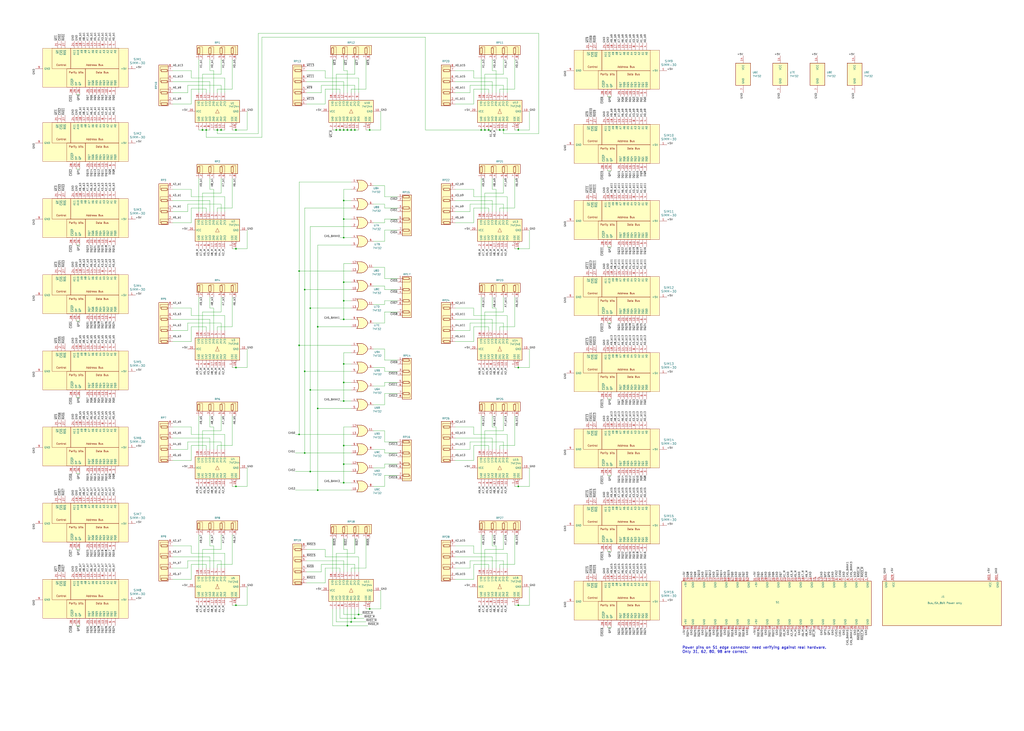
<source format=kicad_sch>
(kicad_sch (version 20241209) (generator "eeschema") (generator_version "8.99")
  (paper "User" 700 500)
  (title_block (title "386RC-16 reconstruction") (date "2024-11-07") (rev "1.0") (company "Rasz_pl"))
  (lib_symbols
    (symbol "74xx:74HC240"
      (property "Reference" "U" (at -7.62 16.51 0))
      (property "Value" "74HC240" (at -7.62 -16.51 0))
      (symbol "74HC240_1_0"
        (pin input line (at -12.7 12.7 0) (length 5.08) (name "1A0") (number "2"))
        (pin input line (at -12.7 10.16 0) (length 5.08) (name "1A1") (number "4"))
        (pin input line (at -12.7 7.62 0) (length 5.08) (name "1A2") (number "6"))
        (pin input line (at -12.7 5.08 0) (length 5.08) (name "1A3") (number "8"))
        (pin input line (at -12.7 2.54 0) (length 5.08) (name "2A0") (number "17"))
        (pin input line (at -12.7 0 0) (length 5.08) (name "2A1") (number "15"))
        (pin input line (at -12.7 -2.54 0) (length 5.08) (name "2A2") (number "13"))
        (pin input line (at -12.7 -5.08 0) (length 5.08) (name "2A3") (number "11"))
        (pin input inverted (at -12.7 -10.16 0) (length 5.08) (name "1OE") (number "1"))
        (pin input inverted (at -12.7 -12.7 0) (length 5.08) (name "2OE") (number "19"))
        (pin power_in line (at 0 20.32 270) (length 5.08) (name "VCC") (number "20"))
        (pin power_in line (at 0 -20.32 90) (length 5.08) (name "GND") (number "10"))
        (pin tri_state line (at 12.7 12.7 180) (length 5.08) (name "1Y0") (number "18"))
        (pin tri_state line (at 12.7 10.16 180) (length 5.08) (name "1Y1") (number "16"))
        (pin tri_state line (at 12.7 7.62 180) (length 5.08) (name "1Y2") (number "14"))
        (pin tri_state line (at 12.7 5.08 180) (length 5.08) (name "1Y3") (number "12"))
        (pin tri_state line (at 12.7 2.54 180) (length 5.08) (name "2Y0") (number "3"))
        (pin tri_state line (at 12.7 0 180) (length 5.08) (name "2Y1") (number "5"))
        (pin tri_state line (at 12.7 -2.54 180) (length 5.08) (name "2Y2") (number "7"))
        (pin tri_state line (at 12.7 -5.08 180) (length 5.08) (name "2Y3") (number "9"))
      )
    )
    (symbol "74xx:74HC244"
      (property "Reference" "U" (at -7.62 16.51 0))
      (property "Value" "74HC244" (at -7.62 -16.51 0))
      (symbol "74HC244_1_0"
        (pin input line (at -12.7 12.7 0) (length 5.08) (name "1A0") (number "2"))
        (pin input line (at -12.7 10.16 0) (length 5.08) (name "1A1") (number "4"))
        (pin input line (at -12.7 7.62 0) (length 5.08) (name "1A2") (number "6"))
        (pin input line (at -12.7 5.08 0) (length 5.08) (name "1A3") (number "8"))
        (pin input line (at -12.7 2.54 0) (length 5.08) (name "2A0") (number "17"))
        (pin input line (at -12.7 0 0) (length 5.08) (name "2A1") (number "15"))
        (pin input line (at -12.7 -2.54 0) (length 5.08) (name "2A2") (number "13"))
        (pin input line (at -12.7 -5.08 0) (length 5.08) (name "2A3") (number "11"))
        (pin input inverted (at -12.7 -10.16 0) (length 5.08) (name "1OE") (number "1"))
        (pin input inverted (at -12.7 -12.7 0) (length 5.08) (name "2OE") (number "19"))
        (pin power_in line (at 0 20.32 270) (length 5.08) (name "VCC") (number "20"))
        (pin power_in line (at 0 -20.32 90) (length 5.08) (name "GND") (number "10"))
        (pin tri_state line (at 12.7 12.7 180) (length 5.08) (name "1Y0") (number "18"))
        (pin tri_state line (at 12.7 10.16 180) (length 5.08) (name "1Y1") (number "16"))
        (pin tri_state line (at 12.7 7.62 180) (length 5.08) (name "1Y2") (number "14"))
        (pin tri_state line (at 12.7 5.08 180) (length 5.08) (name "1Y3") (number "12"))
        (pin tri_state line (at 12.7 2.54 180) (length 5.08) (name "2Y0") (number "3"))
        (pin tri_state line (at 12.7 0 180) (length 5.08) (name "2Y1") (number "5"))
        (pin tri_state line (at 12.7 -2.54 180) (length 5.08) (name "2Y2") (number "7"))
        (pin tri_state line (at 12.7 -5.08 180) (length 5.08) (name "2Y3") (number "9"))
      )
    )
    (symbol "Device:R_Pack04_SIP" (pin_names (offset 0) (hide yes))
      (property "Reference" "RN" (at -15.24 0 90))
      (property "Value" "R_Pack04_SIP" (at 15.24 0 90))
      (symbol "R_Pack04_SIP_1_1"
        (pin passive line (at -12.7 -5.08 90) (length 3.81) (name "R1.1") (number "1"))
        (pin passive line (at -10.16 -5.08 90) (length 3.81) (name "R1.2") (number "2"))
        (pin passive line (at -5.08 -5.08 90) (length 3.81) (name "R2.1") (number "3"))
        (pin passive line (at -2.54 -5.08 90) (length 3.81) (name "R2.2") (number "4"))
        (pin passive line (at 2.54 -5.08 90) (length 3.81) (name "R3.1") (number "5"))
        (pin passive line (at 5.08 -5.08 90) (length 3.81) (name "R3.2") (number "6"))
        (pin passive line (at 10.16 -5.08 90) (length 3.81) (name "R4.1") (number "7"))
        (pin passive line (at 12.7 -5.08 90) (length 3.81) (name "R4.2") (number "8"))
      )
    )
    (symbol "New_Library:386RC-16 Cache slot"
      (property "Reference" "S1" (at -0.0001 -64.77 90))
      (symbol "386RC-16 Cache slot_1_1"
        (pin power_in line (at -17.78 63.5 0) (length 2.54) (name "GND") (number "1"))
        (pin bidirectional line (at -17.78 60.96 0) (length 2.54) (name "") (number "2"))
        (pin bidirectional line (at -17.78 58.42 0) (length 2.54) (name "") (number "3"))
        (pin power_in line (at -17.78 55.88 0) (length 2.54) (name "GND") (number "4"))
        (pin bidirectional line (at -17.78 53.34 0) (length 2.54) (name "") (number "5"))
        (pin bidirectional line (at -17.78 50.8 0) (length 2.54) (name "") (number "6"))
        (pin power_in line (at -17.78 48.26 0) (length 2.54) (name "GND") (number "7"))
        (pin bidirectional line (at -17.78 45.72 0) (length 2.54) (name "") (number "8"))
        (pin bidirectional line (at -17.78 43.18 0) (length 2.54) (name "") (number "9"))
        (pin power_in line (at -17.78 40.64 0) (length 2.54) (name "GND") (number "10"))
        (pin bidirectional line (at -17.78 38.1 0) (length 2.54) (name "") (number "11"))
        (pin bidirectional line (at -17.78 35.56 0) (length 2.54) (name "") (number "12"))
        (pin power_in line (at -17.78 33.02 0) (length 2.54) (name "GND") (number "13"))
        (pin no_connect line (at -17.78 30.48 0) (length 2.54) (name "") (number "14"))
        (pin no_connect line (at -17.78 27.94 0) (length 2.54) (name "") (number "15"))
        (pin power_in line (at -17.78 25.4 0) (length 2.54) (name "GND") (number "16"))
        (pin bidirectional line (at -17.78 22.86 0) (length 2.54) (name "") (number "17"))
        (pin bidirectional line (at -17.78 20.32 0) (length 2.54) (name "") (number "18"))
        (pin power_in line (at -17.78 17.78 0) (length 2.54) (name "GND") (number "19"))
        (pin bidirectional line (at -17.78 15.24 0) (length 2.54) (name "") (number "20"))
        (pin bidirectional line (at -17.78 12.7 0) (length 2.54) (name "") (number "21"))
        (pin power_in line (at -17.78 10.16 0) (length 2.54) (name "GND") (number "22"))
        (pin bidirectional line (at -17.78 7.62 0) (length 2.54) (name "") (number "23"))
        (pin bidirectional line (at -17.78 5.08 0) (length 2.54) (name "") (number "24"))
        (pin power_in line (at -17.78 2.54 0) (length 2.54) (name "GND") (number "25"))
        (pin bidirectional line (at -17.78 0 0) (length 2.54) (name "") (number "26"))
        (pin bidirectional line (at -17.78 -2.54 0) (length 2.54) (name "") (number "27"))
        (pin power_in line (at -17.78 -5.08 0) (length 2.54) (name "GND") (number "28"))
        (pin bidirectional line (at -17.78 -7.62 0) (length 2.54) (name "") (number "29"))
        (pin bidirectional line (at -17.78 -10.16 0) (length 2.54) (name "") (number "30"))
        (pin power_in line (at -17.78 -12.7 0) (length 2.54) (name "+5V") (number "31"))
        (pin power_in line (at -17.78 -17.78 0) (length 2.54) (name "GND") (number "63"))
        (pin bidirectional line (at -17.78 -20.32 0) (length 2.54) (name "") (number "64"))
        (pin bidirectional line (at -17.78 -22.86 0) (length 2.54) (name "") (number "65"))
        (pin power_in line (at -17.78 -25.4 0) (length 2.54) (name "GND") (number "66"))
        (pin bidirectional line (at -17.78 -27.94 0) (length 2.54) (name "") (number "67"))
        (pin bidirectional line (at -17.78 -30.48 0) (length 2.54) (name "") (number "68"))
        (pin power_in line (at -17.78 -33.02 0) (length 2.54) (name "GND") (number "69"))
        (pin bidirectional line (at -17.78 -35.56 0) (length 2.54) (name "") (number "70"))
        (pin bidirectional line (at -17.78 -38.1 0) (length 2.54) (name "") (number "71"))
        (pin power_in line (at -17.78 -40.64 0) (length 2.54) (name "GND") (number "72"))
        (pin bidirectional line (at -17.78 -43.18 0) (length 2.54) (name "") (number "73"))
        (pin bidirectional line (at -17.78 -45.72 0) (length 2.54) (name "") (number "74"))
        (pin power_in line (at -17.78 -48.26 0) (length 2.54) (name "GND") (number "75"))
        (pin bidirectional line (at -17.78 -50.8 0) (length 2.54) (name "") (number "76"))
        (pin bidirectional line (at -17.78 -53.34 0) (length 2.54) (name "") (number "77"))
        (pin power_in line (at -17.78 -55.88 0) (length 2.54) (name "GND") (number "78"))
        (pin bidirectional line (at -17.78 -58.42 0) (length 2.54) (name "") (number "79"))
        (pin power_in line (at -17.78 -60.96 0) (length 2.54) (name "+5V") (number "80"))
        (pin power_in line (at 17.78 63.5 180) (length 2.54) (name "GND") (number "32"))
        (pin bidirectional line (at 17.78 60.96 180) (length 2.54) (name "") (number "33"))
        (pin bidirectional line (at 17.78 58.42 180) (length 2.54) (name "") (number "34"))
        (pin power_in line (at 17.78 55.88 180) (length 2.54) (name "GND") (number "35"))
        (pin bidirectional line (at 17.78 53.34 180) (length 2.54) (name "") (number "36"))
        (pin bidirectional line (at 17.78 50.8 180) (length 2.54) (name "") (number "37"))
        (pin power_in line (at 17.78 48.26 180) (length 2.54) (name "GND") (number "38"))
        (pin bidirectional line (at 17.78 45.72 180) (length 2.54) (name "") (number "39"))
        (pin bidirectional line (at 17.78 43.18 180) (length 2.54) (name "") (number "40"))
        (pin power_in line (at 17.78 40.64 180) (length 2.54) (name "GND") (number "41"))
        (pin bidirectional line (at 17.78 38.1 180) (length 2.54) (name "") (number "42"))
        (pin bidirectional line (at 17.78 35.56 180) (length 2.54) (name "") (number "43"))
        (pin power_in line (at 17.78 33.02 180) (length 2.54) (name "GND") (number "44"))
        (pin no_connect line (at 17.78 30.48 180) (length 2.54) (name "") (number "45"))
        (pin bidirectional line (at 17.78 27.94 180) (length 2.54) (name "") (number "46"))
        (pin power_in line (at 17.78 25.4 180) (length 2.54) (name "GND") (number "47"))
        (pin bidirectional line (at 17.78 22.86 180) (length 2.54) (name "") (number "48"))
        (pin bidirectional line (at 17.78 20.32 180) (length 2.54) (name "") (number "49"))
        (pin power_in line (at 17.78 17.78 180) (length 2.54) (name "GND") (number "50"))
        (pin bidirectional line (at 17.78 15.24 180) (length 2.54) (name "") (number "51"))
        (pin bidirectional line (at 17.78 12.7 180) (length 2.54) (name "") (number "52"))
        (pin power_in line (at 17.78 10.16 180) (length 2.54) (name "GND") (number "53"))
        (pin bidirectional line (at 17.78 7.62 180) (length 2.54) (name "") (number "54"))
        (pin bidirectional line (at 17.78 5.08 180) (length 2.54) (name "") (number "55"))
        (pin power_in line (at 17.78 2.54 180) (length 2.54) (name "GND") (number "56"))
        (pin bidirectional line (at 17.78 0 180) (length 2.54) (name "") (number "57"))
        (pin bidirectional line (at 17.78 -2.54 180) (length 2.54) (name "") (number "58"))
        (pin power_in line (at 17.78 -5.08 180) (length 2.54) (name "GND") (number "59"))
        (pin bidirectional line (at 17.78 -7.62 180) (length 2.54) (name "") (number "60"))
        (pin bidirectional line (at 17.78 -10.16 180) (length 2.54) (name "") (number "61"))
        (pin power_in line (at 17.78 -12.7 180) (length 2.54) (name "+5V") (number "62"))
        (pin power_in line (at 17.78 -17.78 180) (length 2.54) (name "GND") (number "81"))
        (pin bidirectional line (at 17.78 -20.32 180) (length 2.54) (name "") (number "82"))
        (pin bidirectional line (at 17.78 -22.86 180) (length 2.54) (name "") (number "83"))
        (pin power_in line (at 17.78 -25.4 180) (length 2.54) (name "GND") (number "84"))
        (pin bidirectional line (at 17.78 -27.94 180) (length 2.54) (name "") (number "85"))
        (pin bidirectional line (at 17.78 -30.48 180) (length 2.54) (name "") (number "86"))
        (pin power_in line (at 17.78 -33.02 180) (length 2.54) (name "GND") (number "87"))
        (pin bidirectional line (at 17.78 -35.56 180) (length 2.54) (name "") (number "88"))
        (pin bidirectional line (at 17.78 -38.1 180) (length 2.54) (name "") (number "89"))
        (pin power_in line (at 17.78 -40.64 180) (length 2.54) (name "GND") (number "90"))
        (pin bidirectional line (at 17.78 -43.18 180) (length 2.54) (name "") (number "91"))
        (pin bidirectional line (at 17.78 -45.72 180) (length 2.54) (name "") (number "92"))
        (pin power_in line (at 17.78 -48.26 180) (length 2.54) (name "GND") (number "93"))
        (pin bidirectional line (at 17.78 -50.8 180) (length 2.54) (name "") (number "94"))
        (pin bidirectional line (at 17.78 -53.34 180) (length 2.54) (name "") (number "95"))
        (pin power_in line (at 17.78 -55.88 180) (length 2.54) (name "GND") (number "96"))
        (pin bidirectional line (at 17.78 -58.42 180) (length 2.54) (name "") (number "97"))
        (pin power_in line (at 17.78 -60.96 180) (length 2.54) (name "+5V") (number "98"))
      )
    )
    (symbol "New_Library:74LS32" (pin_names (offset 1.016))
      (property "Reference" "U" (at 0 1.27 0))
      (property "Value" "74LS32" (at 0 -1.27 0))
      (symbol "74LS32_1_1"
        (pin input line (at -7.62 2.54 0) (length 4.318) (name "~") (number "1"))
        (pin input line (at -7.62 -2.54 0) (length 4.318) (name "~") (number "2"))
        (pin output line (at 7.62 0 180) (length 3.81) (name "~") (number "3"))
      )
      (symbol "74LS32_1_2"
        (pin input inverted (at -7.62 2.54 0) (length 3.81) (name "~") (number "1"))
        (pin input inverted (at -7.62 -2.54 0) (length 3.81) (name "~") (number "2"))
        (pin output inverted (at 7.62 0 180) (length 3.81) (name "~") (number "3"))
      )
      (symbol "74LS32_2_1"
        (pin input line (at -7.62 2.54 0) (length 4.318) (name "~") (number "4"))
        (pin input line (at -7.62 -2.54 0) (length 4.318) (name "~") (number "5"))
        (pin output line (at 7.62 0 180) (length 3.81) (name "~") (number "6"))
      )
      (symbol "74LS32_2_2"
        (pin input inverted (at -7.62 2.54 0) (length 3.81) (name "~") (number "4"))
        (pin input inverted (at -7.62 -2.54 0) (length 3.81) (name "~") (number "5"))
        (pin output inverted (at 7.62 0 180) (length 3.81) (name "~") (number "6"))
      )
      (symbol "74LS32_3_1"
        (pin input line (at -7.62 2.54 0) (length 4.318) (name "~") (number "9"))
        (pin input line (at -7.62 -2.54 0) (length 4.318) (name "~") (number "10"))
        (pin output line (at 7.62 0 180) (length 3.81) (name "~") (number "8"))
      )
      (symbol "74LS32_3_2"
        (pin input inverted (at -7.62 2.54 0) (length 3.81) (name "~") (number "9"))
        (pin input inverted (at -7.62 -2.54 0) (length 3.81) (name "~") (number "10"))
        (pin output inverted (at 7.62 0 180) (length 3.81) (name "~") (number "8"))
      )
      (symbol "74LS32_4_1"
        (pin input line (at -7.62 2.54 0) (length 4.318) (name "~") (number "12"))
        (pin input line (at -7.62 -2.54 0) (length 4.318) (name "~") (number "13"))
        (pin output line (at 7.62 0 180) (length 3.81) (name "~") (number "11"))
      )
      (symbol "74LS32_4_2"
        (pin input inverted (at -7.62 2.54 0) (length 3.81) (name "~") (number "12"))
        (pin input inverted (at -7.62 -2.54 0) (length 3.81) (name "~") (number "13"))
        (pin output inverted (at 7.62 0 180) (length 3.81) (name "~") (number "11"))
      )
      (symbol "74LS32_5_0"
        (pin power_in line (at 0 12.7 270) (length 5.08) (name "VCC") (number "14"))
        (pin power_in line (at 0 -12.7 90) (length 5.08) (name "GND") (number "7"))
      )
    )
    (symbol "New_Library:Bus_ISA_8bit_Power_only"
      (property "Reference" "J1" (at -1.2701 41.91 90))
      (property "Value" "Bus_ISA_8bit Power only" (at 0.762 -13.208 90))
      (symbol "Bus_ISA_8bit_Power_only_1_1"
        (pin power_out line (at -20.32 38.1 0) (length 5.08) (name "GND") (number "B01"))
        (pin power_out line (at -20.32 33.02 0) (length 5.08) (name "VCC") (number "B03"))
        (pin power_in line (at -20.32 -33.02 0) (length 5.08) (name "VCC") (number "B29"))
        (pin power_in line (at -20.32 -38.1 0) (length 5.08) (name "GND") (number "B31"))
      )
    )
    (symbol "New_Library:SIMM-30" (pin_names (offset 1.016))
      (property "Reference" "J8" (at 2.0194 58.6941 0))
      (property "Value" "SIMM-30" (at 2.0194 55.7007 0))
      (symbol "SIMM-30_0_0"
        (text "Address Bus" (at -2.54 31.75 900) (effects (font (size 1.27 1.27))))
        (text "Control" (at -2.54 8.89 900) (effects (font (size 1.27 1.27))))
        (text "Data Bus" (at 2.54 36.83 900) (effects (font (size 1.27 1.27))))
        (text "Parity bits" (at 2.54 19.05 900) (effects (font (size 1.27 1.27))))
        (pin power_in line (at 0 59.69 270) (length 5.08) (hide yes) (name "+5V") (number "30"))
      )
      (symbol "SIMM-30_1_1"
        (pin input line (at -19.05 45.72 0) (length 5.08) (name "A0") (number "4"))
        (pin input line (at -19.05 43.18 0) (length 5.08) (name "A1") (number "5"))
        (pin input line (at -19.05 40.64 0) (length 5.08) (name "A2") (number "7"))
        (pin input line (at -19.05 38.1 0) (length 5.08) (name "A3") (number "8"))
        (pin input line (at -19.05 35.56 0) (length 5.08) (name "A4") (number "11"))
        (pin input line (at -19.05 33.02 0) (length 5.08) (name "A5") (number "12"))
        (pin input line (at -19.05 30.48 0) (length 5.08) (name "A6") (number "14"))
        (pin input line (at -19.05 27.94 0) (length 5.08) (name "A7") (number "15"))
        (pin input line (at -19.05 25.4 0) (length 5.08) (name "A8") (number "17"))
        (pin input line (at -19.05 22.86 0) (length 5.08) (name "A9") (number "18"))
        (pin input line (at -19.05 20.32 0) (length 5.08) (name "A10") (number "19"))
        (pin input line (at -19.05 17.78 0) (length 5.08) (name "A11") (number "24"))
        (pin input line (at -19.05 11.43 0) (length 5.08) (name "~{RAS}") (number "27"))
        (pin input line (at -19.05 8.89 0) (length 5.08) (name "~{CAS}") (number "2"))
        (pin input line (at -19.05 6.35 0) (length 5.08) (name "~{WE}") (number "21"))
        (pin power_in line (at 0 59.69 270) (length 5.08) (name "+5V") (number "1"))
        (pin power_in line (at 0 -8.89 90) (length 5.08) (hide yes) (name "GND") (number "22"))
        (pin power_in line (at 0 -8.89 90) (length 5.08) (name "GND") (number "9"))
        (pin bidirectional line (at 17.78 45.72 180) (length 5.08) (name "DQ0") (number "3"))
        (pin bidirectional line (at 17.78 43.18 180) (length 5.08) (name "DQ1") (number "6"))
        (pin bidirectional line (at 17.78 40.64 180) (length 5.08) (name "DQ2") (number "10"))
        (pin bidirectional line (at 17.78 38.1 180) (length 5.08) (name "DQ3") (number "13"))
        (pin bidirectional line (at 17.78 35.56 180) (length 5.08) (name "DQ4") (number "16"))
        (pin bidirectional line (at 17.78 33.02 180) (length 5.08) (name "DQ5") (number "20"))
        (pin bidirectional line (at 17.78 30.48 180) (length 5.08) (name "DQ6") (number "23"))
        (pin bidirectional line (at 17.78 27.94 180) (length 5.08) (name "DQ7") (number "25"))
        (pin passive line (at 17.78 21.59 180) (length 5.08) (name "QP") (number "26"))
        (pin input line (at 17.78 19.05 180) (length 5.08) (name "DP") (number "29"))
        (pin input line (at 17.78 16.51 180) (length 5.08) (name "~{CASP}") (number "28"))
      )
    )
  )
  (text "Power pins on S1 edge connector need verifying against real hardware.\nOnly 31, 62, 80, 98 are correct." (at 466.344 444.5 0) (effects (font (size 1.778 1.778) (thickness 0.254) (bold yes)) (justify left)))
  (junction (at 234.95 304.8))
  (junction (at 344.17 88.9))
  (junction (at 354.33 414.02))
  (junction (at 234.95 137.16))
  (junction (at 354.33 332.74))
  (junction (at 140.97 88.9))
  (junction (at 208.28 309.88))
  (junction (at 240.03 88.9))
  (junction (at 234.95 149.86))
  (junction (at 217.17 279.4))
  (junction (at 242.57 88.9))
  (junction (at 204.47 185.42))
  (junction (at 208.28 198.12))
  (junction (at 151.13 88.9))
  (junction (at 161.29 88.9))
  (junction (at 204.47 297.18))
  (junction (at 212.09 266.7))
  (junction (at 234.95 205.74))
  (junction (at 161.29 332.74))
  (junction (at 234.95 248.92))
  (junction (at 212.09 322.58))
  (junction (at 232.41 88.9))
  (junction (at 229.87 88.9))
  (junction (at 354.33 88.9))
  (junction (at 237.49 88.9))
  (junction (at 208.28 254))
  (junction (at 161.29 170.18))
  (junction (at 234.95 193.04))
  (junction (at 237.49 427.99))
  (junction (at 234.95 88.9))
  (junction (at 234.95 162.56))
  (junction (at 217.17 223.52))
  (junction (at 161.29 251.46))
  (junction (at 217.17 335.28))
  (junction (at 252.73 416.56))
  (junction (at 328.93 88.9))
  (junction (at 331.47 88.9))
  (junction (at 354.33 251.46))
  (junction (at 234.95 274.32))
  (junction (at 252.73 88.9))
  (junction (at 245.11 420.37))
  (junction (at 234.95 218.44))
  (junction (at 234.95 317.5))
  (junction (at 234.95 330.2))
  (junction (at 334.01 88.9))
  (junction (at 234.95 261.62))
  (junction (at 212.09 210.82))
  (junction (at 242.57 422.91))
  (junction (at 354.33 170.18))
  (junction (at 240.03 425.45))
  (junction (at 341.63 88.9))
  (junction (at 138.43 88.9))
  (junction (at 204.47 236.22))
  (junction (at 161.29 414.02))
  (junction (at 148.59 88.9))
  (wire (pts (xy 130.81 223.52) (xy 140.97 223.52)))
  (wire (pts (xy 118.11 226.06) (xy 128.27 226.06)))
  (wire (pts (xy 250.19 388.62) (xy 250.19 368.3)))
  (wire (pts (xy 351.79 170.18) (xy 354.33 170.18)))
  (wire (pts (xy 208.28 142.24) (xy 240.03 142.24)))
  (wire (pts (xy 323.85 215.9) (xy 323.85 210.82)))
  (wire (pts (xy 151.13 139.7) (xy 151.13 144.78)))
  (wire (pts (xy 415.29 325.12) (xy 417.83 325.12)))
  (wire (pts (xy 204.47 185.42) (xy 204.47 236.22)))
  (wire (pts (xy 208.28 198.12) (xy 208.28 254)))
  (wire (pts (xy 339.09 373.38) (xy 339.09 388.62)))
  (wire (pts (xy 323.85 386.08) (xy 334.01 386.08)))
  (wire (pts (xy 323.85 386.08) (xy 323.85 396.24)))
  (wire (pts (xy 262.89 220.98) (xy 255.27 220.98)))
  (wire (pts (xy 130.81 292.1) (xy 118.11 292.1)))
  (wire (pts (xy 323.85 233.68) (xy 311.15 233.68)))
  (wire (pts (xy 262.89 276.86) (xy 255.27 276.86)))
  (wire (pts (xy 240.03 388.62) (xy 240.03 391.16)))
  (wire (pts (xy 130.81 71.12) (xy 118.11 71.12)))
  (wire (pts (xy 130.81 142.24) (xy 130.81 152.4)))
  (wire (pts (xy 234.95 330.2) (xy 234.95 317.5)))
  (wire (pts (xy 179.07 25.4) (xy 179.07 93.98)))
  (wire (pts (xy 204.47 297.18) (xy 240.03 297.18)))
  (wire (pts (xy 212.09 266.7) (xy 240.03 266.7)))
  (wire (pts (xy 237.49 375.92) (xy 237.49 391.16)))
  (wire (pts (xy 237.49 416.56) (xy 237.49 427.99)))
  (wire (pts (xy 146.05 292.1) (xy 146.05 307.34)))
  (wire (pts (xy 128.27 307.34) (xy 128.27 302.26)))
  (wire (pts (xy 128.27 144.78) (xy 128.27 139.7)))
  (wire (pts (xy 151.13 220.98) (xy 151.13 226.06)))
  (wire (pts (xy 217.17 279.4) (xy 217.17 335.28)))
  (wire (pts (xy 311.15 144.78) (xy 321.31 144.78)))
  (wire (pts (xy 130.81 60.96) (xy 140.97 60.96)))
  (wire (pts (xy 262.89 165.1) (xy 262.89 157.48)))
  (wire (pts (xy 222.25 60.96) (xy 232.41 60.96)))
  (wire (pts (xy 130.81 233.68) (xy 118.11 233.68)))
  (wire (pts (xy 331.47 213.36) (xy 331.47 226.06)))
  (wire (pts (xy 158.75 142.24) (xy 158.75 121.92)))
  (wire (pts (xy 351.79 88.9) (xy 354.33 88.9)))
  (wire (pts (xy 148.59 88.9) (xy 151.13 88.9)))
  (wire (pts (xy 336.55 203.2) (xy 336.55 210.82)))
  (wire (pts (xy 336.55 121.92) (xy 336.55 129.54)))
  (wire (pts (xy 204.47 124.46) (xy 204.47 185.42)))
  (wire (pts (xy 250.19 416.56) (xy 252.73 416.56)))
  (wire (pts (xy 234.95 149.86) (xy 240.03 149.86)))
  (wire (pts (xy 321.31 226.06) (xy 321.31 220.98)))
  (wire (pts (xy 128.27 226.06) (xy 128.27 220.98)))
  (wire (pts (xy 328.93 121.92) (xy 328.93 144.78)))
  (wire (pts (xy 143.51 48.26) (xy 146.05 48.26)))
  (wire (pts (xy 222.25 388.62) (xy 232.41 388.62)))
  (wire (pts (xy 346.71 215.9) (xy 346.71 226.06)))
  (wire (pts (xy 229.87 50.8) (xy 229.87 63.5)))
  (wire (pts (xy 158.75 142.24) (xy 148.59 142.24)))
  (wire (pts (xy 130.81 297.18) (xy 130.81 292.1)))
  (wire (pts (xy 52.07 427.99) (xy 54.61 427.99)))
  (wire (pts (xy 138.43 213.36) (xy 138.43 226.06)))
  (wire (pts (xy 262.89 269.24) (xy 262.89 276.86)))
  (wire (pts (xy 118.11 299.72) (xy 143.51 299.72)))
  (wire (pts (xy 151.13 132.08) (xy 151.13 121.92)))
  (wire (pts (xy 262.89 251.46) (xy 262.89 254)))
  (wire (pts (xy 148.59 304.8) (xy 148.59 307.34)))
  (wire (pts (xy 262.89 127) (xy 262.89 134.62)))
  (wire (pts (xy 323.85 314.96) (xy 311.15 314.96)))
  (wire (pts (xy 234.95 261.62) (xy 240.03 261.62)))
  (wire (pts (xy 143.51 129.54) (xy 146.05 129.54)))
  (wire (pts (xy 52.07 115.57) (xy 54.61 115.57)))
  (wire (pts (xy 151.13 58.42) (xy 151.13 63.5)))
  (wire (pts (xy 415.29 377.19) (xy 417.83 377.19)))
  (wire (pts (xy 130.81 53.34) (xy 153.67 53.34)))
  (wire (pts (xy 201.93 309.88) (xy 208.28 309.88)))
  (wire (pts (xy 344.17 91.44) (xy 344.17 88.9)))
  (wire (pts (xy 234.95 137.16) (xy 240.03 137.16)))
  (wire (pts (xy 222.25 71.12) (xy 209.55 71.12)))
  (wire (pts (xy 328.93 284.48) (xy 328.93 307.34)))
  (wire (pts (xy 118.11 144.78) (xy 128.27 144.78)))
  (wire (pts (xy 234.95 274.32) (xy 234.95 261.62)))
  (wire (pts (xy 262.89 325.12) (xy 271.78 325.12)))
  (wire (pts (xy 262.89 317.5) (xy 262.89 320.04)))
  (wire (pts (xy 234.95 149.86) (xy 234.95 162.56)))
  (wire (pts (xy 234.95 248.92) (xy 240.03 248.92)))
  (wire (pts (xy 331.47 132.08) (xy 331.47 144.78)))
  (wire (pts (xy 271.78 269.24) (xy 262.89 269.24)))
  (wire (pts (xy 262.89 294.64) (xy 262.89 302.26)))
  (wire (pts (xy 219.71 58.42) (xy 242.57 58.42)))
  (wire (pts (xy 311.15 307.34) (xy 321.31 307.34)))
  (wire (pts (xy 135.89 203.2) (xy 135.89 226.06)))
  (wire (pts (xy 140.97 142.24) (xy 140.97 144.78)))
  (wire (pts (xy 260.35 416.56) (xy 260.35 403.86)))
  (wire (pts (xy 245.11 53.34) (xy 245.11 63.5)))
  (wire (pts (xy 334.01 304.8) (xy 334.01 307.34)))
  (wire (pts (xy 250.19 60.96) (xy 250.19 40.64)))
  (wire (pts (xy 344.17 383.54) (xy 344.17 388.62)))
  (wire (pts (xy 138.43 132.08) (xy 138.43 144.78)))
  (wire (pts (xy 271.78 190.5) (xy 262.89 190.5)))
  (wire (pts (xy 341.63 88.9) (xy 344.17 88.9)))
  (wire (pts (xy 336.55 210.82) (xy 339.09 210.82)))
  (wire (pts (xy 143.51 121.92) (xy 143.51 129.54)))
  (wire (pts (xy 209.55 383.54) (xy 234.95 383.54)))
  (wire (pts (xy 341.63 304.8) (xy 341.63 307.34)))
  (wire (pts (xy 290.83 88.9) (xy 290.83 25.4)))
  (wire (pts (xy 234.95 218.44) (xy 234.95 205.74)))
  (wire (pts (xy 323.85 48.26) (xy 311.15 48.26)))
  (wire (pts (xy 242.57 386.08) (xy 242.57 391.16)))
  (wire (pts (xy 354.33 88.9) (xy 361.95 88.9)))
  (wire (pts (xy 262.89 294.64) (xy 255.27 294.64)))
  (wire (pts (xy 344.17 294.64) (xy 344.17 284.48)))
  (wire (pts (xy 143.51 55.88) (xy 143.51 63.5)))
  (wire (pts (xy 151.13 213.36) (xy 138.43 213.36)))
  (wire (pts (xy 229.87 88.9) (xy 232.41 88.9)))
  (wire (pts (xy 161.29 88.9) (xy 168.91 88.9)))
  (wire (pts (xy 344.17 213.36) (xy 331.47 213.36)))
  (wire (pts (xy 234.95 129.54) (xy 234.95 137.16)))
  (wire (pts (xy 168.91 251.46) (xy 168.91 238.76)))
  (wire (pts (xy 334.01 223.52) (xy 334.01 226.06)))
  (wire (pts (xy 262.89 325.12) (xy 262.89 332.74)))
  (wire (pts (xy 328.93 203.2) (xy 328.93 226.06)))
  (wire (pts (xy 130.81 134.62) (xy 130.81 129.54)))
  (wire (pts (xy 232.41 416.56) (xy 232.41 422.91)))
  (wire (pts (xy 217.17 223.52) (xy 217.17 167.64)))
  (wire (pts (xy 130.81 386.08) (xy 140.97 386.08)))
  (wire (pts (xy 151.13 50.8) (xy 151.13 40.64)))
  (wire (pts (xy 354.33 414.02) (xy 361.95 414.02)))
  (wire (pts (xy 130.81 223.52) (xy 130.81 233.68)))
  (wire (pts (xy 351.79 386.08) (xy 351.79 365.76)))
  (wire (pts (xy 179.07 25.4) (xy 290.83 25.4)))
  (wire (pts (xy 311.15 218.44) (xy 336.55 218.44)))
  (wire (pts (xy 247.65 420.37) (xy 245.11 420.37)))
  (wire (pts (xy 130.81 378.46) (xy 153.67 378.46)))
  (wire (pts (xy 242.57 378.46) (xy 242.57 368.3)))
  (wire (pts (xy 153.67 297.18) (xy 153.67 307.34)))
  (wire (pts (xy 334.01 88.9) (xy 336.55 88.9)))
  (wire (pts (xy 161.29 251.46) (xy 168.91 251.46)))
  (wire (pts (xy 323.85 129.54) (xy 311.15 129.54)))
  (wire (pts (xy 242.57 58.42) (xy 242.57 63.5)))
  (wire (pts (xy 148.59 91.44) (xy 148.59 88.9)))
  (wire (pts (xy 212.09 322.58) (xy 212.09 266.7)))
  (wire (pts (xy 201.93 322.58) (xy 212.09 322.58)))
  (wire (pts (xy 323.85 152.4) (xy 311.15 152.4)))
  (wire (pts (xy 323.85 378.46) (xy 323.85 373.38)))
  (wire (pts (xy 234.95 180.34) (xy 234.95 193.04)))
  (wire (pts (xy 204.47 236.22) (xy 240.03 236.22)))
  (wire (pts (xy 209.55 63.5) (xy 219.71 63.5)))
  (wire (pts (xy 52.07 64.77) (xy 54.61 64.77)))
  (wire (pts (xy 351.79 304.8) (xy 341.63 304.8)))
  (wire (pts (xy 341.63 386.08) (xy 341.63 388.62)))
  (wire (pts (xy 229.87 416.56) (xy 229.87 425.45)))
  (wire (pts (xy 234.95 304.8) (xy 240.03 304.8)))
  (wire (pts (xy 234.95 40.64) (xy 234.95 48.26)))
  (wire (pts (xy 334.01 142.24) (xy 334.01 144.78)))
  (wire (pts (xy 328.93 40.64) (xy 328.93 63.5)))
  (wire (pts (xy 262.89 127) (xy 255.27 127)))
  (wire (pts (xy 227.33 368.3) (xy 227.33 391.16)))
  (wire (pts (xy 321.31 139.7) (xy 344.17 139.7)))
  (wire (pts (xy 351.79 386.08) (xy 341.63 386.08)))
  (wire (pts (xy 158.75 251.46) (xy 161.29 251.46)))
  (wire (pts (xy 321.31 58.42) (xy 344.17 58.42)))
  (wire (pts (xy 262.89 190.5) (xy 262.89 182.88)))
  (wire (pts (xy 130.81 142.24) (xy 140.97 142.24)))
  (wire (pts (xy 130.81 304.8) (xy 140.97 304.8)))
  (wire (pts (xy 151.13 302.26) (xy 151.13 307.34)))
  (wire (pts (xy 415.29 168.91) (xy 417.83 168.91)))
  (wire (pts (xy 234.95 241.3) (xy 234.95 248.92)))
  (wire (pts (xy 234.95 292.1) (xy 234.95 304.8)))
  (wire (pts (xy 168.91 170.18) (xy 168.91 157.48)))
  (wire (pts (xy 234.95 193.04) (xy 234.95 205.74)))
  (wire (pts (xy 118.11 137.16) (xy 143.51 137.16)))
  (wire (pts (xy 237.49 427.99) (xy 251.46 427.99)))
  (wire (pts (xy 415.29 66.04) (xy 417.83 66.04)))
  (wire (pts (xy 262.89 208.28) (xy 262.89 205.74)))
  (wire (pts (xy 153.67 134.62) (xy 153.67 144.78)))
  (wire (pts (xy 168.91 88.9) (xy 168.91 76.2)))
  (wire (pts (xy 52.07 219.71) (xy 54.61 219.71)))
  (wire (pts (xy 128.27 63.5) (xy 128.27 58.42)))
  (wire (pts (xy 336.55 284.48) (xy 336.55 292.1)))
  (wire (pts (xy 368.3 22.86) (xy 176.53 22.86)))
  (wire (pts (xy 311.15 381) (xy 336.55 381)))
  (wire (pts (xy 344.17 132.08) (xy 331.47 132.08)))
  (wire (pts (xy 240.03 425.45) (xy 250.19 425.45)))
  (wire (pts (xy 234.95 248.92) (xy 234.95 261.62)))
  (wire (pts (xy 217.17 167.64) (xy 240.03 167.64)))
  (wire (pts (xy 222.25 53.34) (xy 245.11 53.34)))
  (wire (pts (xy 153.67 215.9) (xy 153.67 226.06)))
  (wire (pts (xy 158.75 170.18) (xy 161.29 170.18)))
  (wire (pts (xy 234.95 193.04) (xy 240.03 193.04)))
  (wire (pts (xy 232.41 388.62) (xy 232.41 391.16)))
  (wire (pts (xy 351.79 414.02) (xy 354.33 414.02)))
  (wire (pts (xy 143.51 299.72) (xy 143.51 307.34)))
  (wire (pts (xy 234.95 375.92) (xy 237.49 375.92)))
  (wire (pts (xy 415.29 116.84) (xy 417.83 116.84)))
  (wire (pts (xy 252.73 416.56) (xy 260.35 416.56)))
  (wire (pts (xy 242.57 416.56) (xy 242.57 422.91)))
  (wire (pts (xy 344.17 302.26) (xy 344.17 307.34)))
  (wire (pts (xy 262.89 238.76) (xy 255.27 238.76)))
  (wire (pts (xy 212.09 154.94) (xy 212.09 210.82)))
  (wire (pts (xy 148.59 386.08) (xy 148.59 388.62)))
  (wire (pts (xy 323.85 292.1) (xy 311.15 292.1)))
  (wire (pts (xy 161.29 332.74) (xy 168.91 332.74)))
  (wire (pts (xy 158.75 60.96) (xy 158.75 40.64)))
  (wire (pts (xy 222.25 381) (xy 245.11 381)))
  (wire (pts (xy 161.29 170.18) (xy 168.91 170.18)))
  (wire (pts (xy 323.85 223.52) (xy 334.01 223.52)))
  (wire (pts (xy 242.57 50.8) (xy 229.87 50.8)))
  (wire (pts (xy 52.07 167.64) (xy 54.61 167.64)))
  (wire (pts (xy 346.71 378.46) (xy 346.71 388.62)))
  (wire (pts (xy 208.28 142.24) (xy 208.28 198.12)))
  (wire (pts (xy 140.97 304.8) (xy 140.97 307.34)))
  (wire (pts (xy 351.79 142.24) (xy 341.63 142.24)))
  (wire (pts (xy 158.75 386.08) (xy 158.75 365.76)))
  (wire (pts (xy 260.35 88.9) (xy 260.35 76.2)))
  (wire (pts (xy 262.89 152.4) (xy 255.27 152.4)))
  (wire (pts (xy 138.43 50.8) (xy 138.43 63.5)))
  (wire (pts (xy 339.09 48.26) (xy 339.09 63.5)))
  (wire (pts (xy 262.89 165.1) (xy 255.27 165.1)))
  (wire (pts (xy 135.89 365.76) (xy 135.89 388.62)))
  (wire (pts (xy 140.97 88.9) (xy 143.51 88.9)))
  (wire (pts (xy 245.11 420.37) (xy 245.11 416.56)))
  (wire (pts (xy 219.71 386.08) (xy 242.57 386.08)))
  (wire (pts (xy 323.85 53.34) (xy 323.85 48.26)))
  (wire (pts (xy 323.85 210.82) (xy 311.15 210.82)))
  (wire (pts (xy 331.47 50.8) (xy 331.47 63.5)))
  (wire (pts (xy 140.97 386.08) (xy 140.97 388.62)))
  (wire (pts (xy 151.13 213.36) (xy 151.13 203.2)))
  (wire (pts (xy 130.81 53.34) (xy 130.81 48.26)))
  (wire (pts (xy 151.13 375.92) (xy 138.43 375.92)))
  (wire (pts (xy 130.81 378.46) (xy 130.81 373.38)))
  (wire (pts (xy 323.85 60.96) (xy 323.85 71.12)))
  (wire (pts (xy 234.95 48.26) (xy 237.49 48.26)))
  (wire (pts (xy 143.51 40.64) (xy 143.51 48.26)))
  (wire (pts (xy 361.95 88.9) (xy 361.95 76.2)))
  (wire (pts (xy 52.07 271.78) (xy 54.61 271.78)))
  (wire (pts (xy 336.55 218.44) (xy 336.55 226.06)))
  (wire (pts (xy 323.85 71.12) (xy 311.15 71.12)))
  (wire (pts (xy 140.97 60.96) (xy 140.97 63.5)))
  (wire (pts (xy 311.15 137.16) (xy 336.55 137.16)))
  (wire (pts (xy 323.85 134.62) (xy 323.85 129.54)))
  (wire (pts (xy 158.75 304.8) (xy 158.75 284.48)))
  (wire (pts (xy 311.15 299.72) (xy 336.55 299.72)))
  (wire (pts (xy 227.33 416.56) (xy 227.33 427.99)))
  (wire (pts (xy 52.07 323.85) (xy 54.61 323.85)))
  (wire (pts (xy 208.28 309.88) (xy 240.03 309.88)))
  (wire (pts (xy 52.07 375.92) (xy 54.61 375.92)))
  (wire (pts (xy 179.07 93.98) (xy 140.97 93.98)))
  (wire (pts (xy 336.55 299.72) (xy 336.55 307.34)))
  (wire (pts (xy 240.03 416.56) (xy 240.03 425.45)))
  (wire (pts (xy 262.89 251.46) (xy 255.27 251.46)))
  (wire (pts (xy 323.85 142.24) (xy 334.01 142.24)))
  (wire (pts (xy 209.55 55.88) (xy 234.95 55.88)))
  (wire (pts (xy 229.87 378.46) (xy 229.87 391.16)))
  (wire (pts (xy 252.73 88.9) (xy 260.35 88.9)))
  (wire (pts (xy 217.17 223.52) (xy 240.03 223.52)))
  (wire (pts (xy 336.55 40.64) (xy 336.55 48.26)))
  (wire (pts (xy 158.75 386.08) (xy 148.59 386.08)))
  (wire (pts (xy 415.29 429.26) (xy 417.83 429.26)))
  (wire (pts (xy 234.95 274.32) (xy 240.03 274.32)))
  (wire (pts (xy 262.89 139.7) (xy 255.27 139.7)))
  (wire (pts (xy 323.85 297.18) (xy 346.71 297.18)))
  (wire (pts (xy 234.95 383.54) (xy 234.95 391.16)))
  (wire (pts (xy 130.81 129.54) (xy 118.11 129.54)))
  (wire (pts (xy 118.11 381) (xy 143.51 381)))
  (wire (pts (xy 262.89 134.62) (xy 271.78 134.62)))
  (wire (pts (xy 262.89 142.24) (xy 262.89 139.7)))
  (wire (pts (xy 128.27 139.7) (xy 151.13 139.7)))
  (wire (pts (xy 128.27 220.98) (xy 151.13 220.98)))
  (wire (pts (xy 323.85 396.24) (xy 311.15 396.24)))
  (wire (pts (xy 415.29 220.98) (xy 417.83 220.98)))
  (wire (pts (xy 130.81 210.82) (xy 118.11 210.82)))
  (wire (pts (xy 234.95 129.54) (xy 240.03 129.54)))
  (wire (pts (xy 204.47 185.42) (xy 240.03 185.42)))
  (wire (pts (xy 212.09 210.82) (xy 240.03 210.82)))
  (wire (pts (xy 321.31 302.26) (xy 344.17 302.26)))
  (wire (pts (xy 336.55 381) (xy 336.55 388.62)))
  (wire (pts (xy 344.17 50.8) (xy 331.47 50.8)))
  (wire (pts (xy 271.78 213.36) (xy 262.89 213.36)))
  (wire (pts (xy 344.17 375.92) (xy 344.17 365.76)))
  (wire (pts (xy 271.78 261.62) (xy 262.89 261.62)))
  (wire (pts (xy 212.09 266.7) (xy 212.09 210.82)))
  (wire (pts (xy 158.75 88.9) (xy 161.29 88.9)))
  (wire (pts (xy 234.95 241.3) (xy 240.03 241.3)))
  (wire (pts (xy 323.85 142.24) (xy 323.85 152.4)))
  (wire (pts (xy 262.89 195.58) (xy 255.27 195.58)))
  (wire (pts (xy 222.25 48.26) (xy 209.55 48.26)))
  (wire (pts (xy 217.17 279.4) (xy 240.03 279.4)))
  (wire (pts (xy 222.25 375.92) (xy 209.55 375.92)))
  (wire (pts (xy 153.67 378.46) (xy 153.67 388.62)))
  (wire (pts (xy 311.15 55.88) (xy 336.55 55.88)))
  (wire (pts (xy 328.93 88.9) (xy 331.47 88.9)))
  (wire (pts (xy 321.31 63.5) (xy 321.31 58.42)))
  (wire (pts (xy 262.89 264.16) (xy 255.27 264.16)))
  (wire (pts (xy 321.31 307.34) (xy 321.31 302.26)))
  (wire (pts (xy 234.95 218.44) (xy 240.03 218.44)))
  (wire (pts (xy 161.29 414.02) (xy 168.91 414.02)))
  (wire (pts (xy 130.81 60.96) (xy 130.81 71.12)))
  (wire (pts (xy 271.78 246.38) (xy 262.89 246.38)))
  (wire (pts (xy 328.93 365.76) (xy 328.93 388.62)))
  (wire (pts (xy 222.25 53.34) (xy 222.25 48.26)))
  (wire (pts (xy 143.51 218.44) (xy 143.51 226.06)))
  (wire (pts (xy 242.57 88.9) (xy 245.11 88.9)))
  (wire (pts (xy 262.89 320.04) (xy 255.27 320.04)))
  (wire (pts (xy 262.89 205.74) (xy 271.78 205.74)))
  (wire (pts (xy 135.89 121.92) (xy 135.89 144.78)))
  (wire (pts (xy 262.89 302.26) (xy 271.78 302.26)))
  (wire (pts (xy 351.79 223.52) (xy 351.79 203.2)))
  (wire (pts (xy 331.47 294.64) (xy 331.47 307.34)))
  (wire (pts (xy 250.19 88.9) (xy 252.73 88.9)))
  (wire (pts (xy 151.13 294.64) (xy 151.13 284.48)))
  (wire (pts (xy 130.81 314.96) (xy 118.11 314.96)))
  (wire (pts (xy 158.75 304.8) (xy 148.59 304.8)))
  (wire (pts (xy 234.95 55.88) (xy 234.95 63.5)))
  (wire (pts (xy 204.47 236.22) (xy 204.47 297.18)))
  (wire (pts (xy 262.89 254) (xy 271.78 254)))
  (wire (pts (xy 262.89 198.12) (xy 271.78 198.12)))
  (wire (pts (xy 222.25 381) (xy 222.25 375.92)))
  (wire (pts (xy 234.95 292.1) (xy 240.03 292.1)))
  (wire (pts (xy 130.81 373.38) (xy 118.11 373.38)))
  (wire (pts (xy 351.79 60.96) (xy 351.79 40.64)))
  (wire (pts (xy 151.13 294.64) (xy 138.43 294.64)))
  (wire (pts (xy 138.43 294.64) (xy 138.43 307.34)))
  (wire (pts (xy 354.33 170.18) (xy 361.95 170.18)))
  (wire (pts (xy 341.63 223.52) (xy 341.63 226.06)))
  (wire (pts (xy 240.03 322.58) (xy 212.09 322.58)))
  (wire (pts (xy 143.51 292.1) (xy 146.05 292.1)))
  (wire (pts (xy 344.17 58.42) (xy 344.17 63.5)))
  (wire (pts (xy 234.95 368.3) (xy 234.95 375.92)))
  (wire (pts (xy 146.05 373.38) (xy 146.05 388.62)))
  (wire (pts (xy 323.85 215.9) (xy 346.71 215.9)))
  (wire (pts (xy 135.89 88.9) (xy 138.43 88.9)))
  (wire (pts (xy 148.59 142.24) (xy 148.59 144.78)))
  (wire (pts (xy 323.85 60.96) (xy 334.01 60.96)))
  (wire (pts (xy 339.09 210.82) (xy 339.09 226.06)))
  (wire (pts (xy 118.11 388.62) (xy 128.27 388.62)))
  (wire (pts (xy 130.81 134.62) (xy 153.67 134.62)))
  (wire (pts (xy 344.17 132.08) (xy 344.17 121.92)))
  (wire (pts (xy 232.41 422.91) (xy 242.57 422.91)))
  (wire (pts (xy 368.3 91.44) (xy 368.3 22.86)))
  (wire (pts (xy 208.28 254) (xy 240.03 254)))
  (wire (pts (xy 222.25 60.96) (xy 222.25 71.12)))
  (wire (pts (xy 336.55 129.54) (xy 339.09 129.54)))
  (wire (pts (xy 212.09 154.94) (xy 240.03 154.94)))
  (wire (pts (xy 168.91 414.02) (xy 168.91 401.32)))
  (wire (pts (xy 234.95 88.9) (xy 237.49 88.9)))
  (wire (pts (xy 240.03 425.45) (xy 229.87 425.45)))
  (wire (pts (xy 255.27 307.34) (xy 262.89 307.34)))
  (wire (pts (xy 143.51 381) (xy 143.51 388.62)))
  (wire (pts (xy 344.17 375.92) (xy 331.47 375.92)))
  (wire (pts (xy 240.03 60.96) (xy 240.03 63.5)))
  (wire (pts (xy 336.55 48.26) (xy 339.09 48.26)))
  (wire (pts (xy 222.25 398.78) (xy 209.55 398.78)))
  (wire (pts (xy 148.59 60.96) (xy 148.59 63.5)))
  (wire (pts (xy 361.95 170.18) (xy 361.95 157.48)))
  (wire (pts (xy 151.13 383.54) (xy 151.13 388.62)))
  (wire (pts (xy 336.55 292.1) (xy 339.09 292.1)))
  (wire (pts (xy 118.11 218.44) (xy 143.51 218.44)))
  (wire (pts (xy 344.17 294.64) (xy 331.47 294.64)))
  (wire (pts (xy 262.89 149.86) (xy 262.89 152.4)))
  (wire (pts (xy 339.09 129.54) (xy 339.09 144.78)))
  (wire (pts (xy 321.31 383.54) (xy 344.17 383.54)))
  (wire (pts (xy 351.79 60.96) (xy 341.63 60.96)))
  (wire (pts (xy 143.51 373.38) (xy 146.05 373.38)))
  (wire (pts (xy 227.33 40.64) (xy 227.33 63.5)))
  (wire (pts (xy 311.15 63.5) (xy 321.31 63.5)))
  (wire (pts (xy 321.31 220.98) (xy 344.17 220.98)))
  (wire (pts (xy 271.78 149.86) (xy 262.89 149.86)))
  (wire (pts (xy 240.03 88.9) (xy 242.57 88.9)))
  (wire (pts (xy 201.93 297.18) (xy 204.47 297.18)))
  (wire (pts (xy 130.81 396.24) (xy 118.11 396.24)))
  (wire (pts (xy 234.95 162.56) (xy 240.03 162.56)))
  (wire (pts (xy 240.03 198.12) (xy 208.28 198.12)))
  (wire (pts (xy 143.51 137.16) (xy 143.51 144.78)))
  (wire (pts (xy 158.75 414.02) (xy 161.29 414.02)))
  (wire (pts (xy 344.17 91.44) (xy 368.3 91.44)))
  (wire (pts (xy 227.33 88.9) (xy 229.87 88.9)))
  (wire (pts (xy 415.29 273.05) (xy 417.83 273.05)))
  (wire (pts (xy 351.79 332.74) (xy 354.33 332.74)))
  (wire (pts (xy 336.55 55.88) (xy 336.55 63.5)))
  (wire (pts (xy 250.19 388.62) (xy 240.03 388.62)))
  (wire (pts (xy 209.55 391.16) (xy 219.71 391.16)))
  (wire (pts (xy 146.05 210.82) (xy 146.05 226.06)))
  (wire (pts (xy 351.79 142.24) (xy 351.79 121.92)))
  (wire (pts (xy 237.49 427.99) (xy 227.33 427.99)))
  (wire (pts (xy 232.41 274.32) (xy 234.95 274.32)))
  (wire (pts (xy 344.17 220.98) (xy 344.17 226.06)))
  (wire (pts (xy 143.51 365.76) (xy 143.51 373.38)))
  (wire (pts (xy 128.27 302.26) (xy 151.13 302.26)))
  (wire (pts (xy 237.49 88.9) (xy 240.03 88.9)))
  (wire (pts (xy 208.28 254) (xy 208.28 309.88)))
  (wire (pts (xy 237.49 48.26) (xy 237.49 63.5)))
  (wire (pts (xy 151.13 50.8) (xy 138.43 50.8)))
  (wire (pts (xy 351.79 251.46) (xy 354.33 251.46)))
  (wire (pts (xy 118.11 63.5) (xy 128.27 63.5)))
  (wire (pts (xy 151.13 132.08) (xy 138.43 132.08)))
  (wire (pts (xy 143.51 284.48) (xy 143.51 292.1)))
  (wire (pts (xy 201.93 335.28) (xy 217.17 335.28)))
  (wire (pts (xy 128.27 383.54) (xy 151.13 383.54)))
  (wire (pts (xy 245.11 420.37) (xy 234.95 420.37)))
  (wire (pts (xy 151.13 88.9) (xy 153.67 88.9)))
  (wire (pts (xy 331.47 88.9) (xy 334.01 88.9)))
  (wire (pts (xy 135.89 284.48) (xy 135.89 307.34)))
  (wire (pts (xy 234.95 304.8) (xy 234.95 317.5)))
  (wire (pts (xy 232.41 88.9) (xy 234.95 88.9)))
  (wire (pts (xy 262.89 208.28) (xy 255.27 208.28)))
  (wire (pts (xy 262.89 317.5) (xy 271.78 317.5)))
  (wire (pts (xy 351.79 223.52) (xy 341.63 223.52)))
  (wire (pts (xy 262.89 246.38) (xy 262.89 238.76)))
  (wire (pts (xy 321.31 144.78) (xy 321.31 139.7)))
  (wire (pts (xy 143.51 203.2) (xy 143.51 210.82)))
  (wire (pts (xy 158.75 223.52) (xy 158.75 203.2)))
  (wire (pts (xy 234.95 180.34) (xy 240.03 180.34)))
  (wire (pts (xy 323.85 223.52) (xy 323.85 233.68)))
  (wire (pts (xy 158.75 60.96) (xy 148.59 60.96)))
  (wire (pts (xy 222.25 388.62) (xy 222.25 398.78)))
  (wire (pts (xy 323.85 304.8) (xy 334.01 304.8)))
  (wire (pts (xy 323.85 134.62) (xy 346.71 134.62)))
  (wire (pts (xy 346.71 134.62) (xy 346.71 144.78)))
  (wire (pts (xy 361.95 332.74) (xy 361.95 320.04)))
  (wire (pts (xy 354.33 251.46) (xy 361.95 251.46)))
  (wire (pts (xy 135.89 40.64) (xy 135.89 63.5)))
  (wire (pts (xy 334.01 386.08) (xy 334.01 388.62)))
  (wire (pts (xy 234.95 330.2) (xy 240.03 330.2)))
  (wire (pts (xy 138.43 375.92) (xy 138.43 388.62)))
  (wire (pts (xy 339.09 88.9) (xy 341.63 88.9)))
  (wire (pts (xy 158.75 223.52) (xy 148.59 223.52)))
  (wire (pts (xy 323.85 373.38) (xy 311.15 373.38)))
  (wire (pts (xy 146.05 88.9) (xy 148.59 88.9)))
  (wire (pts (xy 138.43 88.9) (xy 140.97 88.9)))
  (wire (pts (xy 140.97 93.98) (xy 140.97 88.9)))
  (wire (pts (xy 240.03 335.28) (xy 217.17 335.28)))
  (wire (pts (xy 130.81 297.18) (xy 153.67 297.18)))
  (wire (pts (xy 245.11 381) (xy 245.11 391.16)))
  (wire (pts (xy 250.19 60.96) (xy 240.03 60.96)))
  (wire (pts (xy 344.17 213.36) (xy 344.17 203.2)))
  (wire (pts (xy 118.11 307.34) (xy 128.27 307.34)))
  (wire (pts (xy 232.41 218.44) (xy 234.95 218.44)))
  (wire (pts (xy 344.17 50.8) (xy 344.17 40.64)))
  (wire (pts (xy 143.51 210.82) (xy 146.05 210.82)))
  (wire (pts (xy 242.57 378.46) (xy 229.87 378.46)))
  (wire (pts (xy 323.85 378.46) (xy 346.71 378.46)))
  (wire (pts (xy 130.81 304.8) (xy 130.81 314.96)))
  (wire (pts (xy 140.97 223.52) (xy 140.97 226.06)))
  (wire (pts (xy 242.57 50.8) (xy 242.57 40.64)))
  (wire (pts (xy 311.15 388.62) (xy 321.31 388.62)))
  (wire (pts (xy 232.41 330.2) (xy 234.95 330.2)))
  (wire (pts (xy 328.93 88.9) (xy 290.83 88.9)))
  (wire (pts (xy 146.05 129.54) (xy 146.05 144.78)))
  (wire (pts (xy 323.85 53.34) (xy 346.71 53.34)))
  (wire (pts (xy 219.71 391.16) (xy 219.71 386.08)))
  (wire (pts (xy 271.78 142.24) (xy 262.89 142.24)))
  (wire (pts (xy 240.03 124.46) (xy 204.47 124.46)))
  (wire (pts (xy 232.41 60.96) (xy 232.41 63.5)))
  (wire (pts (xy 262.89 157.48) (xy 271.78 157.48)))
  (wire (pts (xy 321.31 388.62) (xy 321.31 383.54)))
  (wire (pts (xy 240.03 317.5) (xy 234.95 317.5)))
  (wire (pts (xy 262.89 309.88) (xy 271.78 309.88)))
  (wire (pts (xy 354.33 332.74) (xy 361.95 332.74)))
  (wire (pts (xy 234.95 137.16) (xy 234.95 149.86)))
  (wire (pts (xy 336.55 373.38) (xy 339.09 373.38)))
  (wire (pts (xy 148.59 223.52) (xy 148.59 226.06)))
  (wire (pts (xy 344.17 139.7) (xy 344.17 144.78)))
  (wire (pts (xy 361.95 251.46) (xy 361.95 238.76)))
  (wire (pts (xy 334.01 60.96) (xy 334.01 63.5)))
  (wire (pts (xy 323.85 297.18) (xy 323.85 292.1)))
  (wire (pts (xy 232.41 162.56) (xy 234.95 162.56)))
  (wire (pts (xy 262.89 195.58) (xy 262.89 198.12)))
  (wire (pts (xy 130.81 386.08) (xy 130.81 396.24)))
  (wire (pts (xy 311.15 226.06) (xy 321.31 226.06)))
  (wire (pts (xy 351.79 304.8) (xy 351.79 284.48)))
  (wire (pts (xy 130.81 152.4) (xy 118.11 152.4)))
  (wire (pts (xy 262.89 307.34) (xy 262.89 309.88)))
  (wire (pts (xy 346.71 297.18) (xy 346.71 307.34)))
  (wire (pts (xy 146.05 48.26) (xy 146.05 63.5)))
  (wire (pts (xy 262.89 213.36) (xy 262.89 220.98)))
  (wire (pts (xy 219.71 63.5) (xy 219.71 58.42)))
  (wire (pts (xy 361.95 414.02) (xy 361.95 401.32)))
  (wire (pts (xy 128.27 388.62) (xy 128.27 383.54)))
  (wire (pts (xy 336.55 137.16) (xy 336.55 144.78)))
  (wire (pts (xy 344.17 88.9) (xy 346.71 88.9)))
  (wire (pts (xy 262.89 332.74) (xy 255.27 332.74)))
  (wire (pts (xy 248.92 422.91) (xy 242.57 422.91)))
  (wire (pts (xy 128.27 58.42) (xy 151.13 58.42)))
  (wire (pts (xy 336.55 365.76) (xy 336.55 373.38)))
  (wire (pts (xy 130.81 48.26) (xy 118.11 48.26)))
  (wire (pts (xy 158.75 332.74) (xy 161.29 332.74)))
  (wire (pts (xy 118.11 55.88) (xy 143.51 55.88)))
  (wire (pts (xy 346.71 53.34) (xy 346.71 63.5)))
  (wire (pts (xy 176.53 91.44) (xy 148.59 91.44)))
  (wire (pts (xy 153.67 53.34) (xy 153.67 63.5)))
  (wire (pts (xy 234.95 416.56) (xy 234.95 420.37)))
  (wire (pts (xy 331.47 375.92) (xy 331.47 388.62)))
  (wire (pts (xy 130.81 215.9) (xy 130.81 210.82)))
  (wire (pts (xy 262.89 182.88) (xy 255.27 182.88)))
  (wire (pts (xy 151.13 375.92) (xy 151.13 365.76)))
  (wire (pts (xy 262.89 261.62) (xy 262.89 264.16)))
  (wire (pts (xy 217.17 223.52) (xy 217.17 279.4)))
  (wire (pts (xy 168.91 332.74) (xy 168.91 320.04)))
  (wire (pts (xy 339.09 292.1) (xy 339.09 307.34)))
  (wire (pts (xy 323.85 304.8) (xy 323.85 314.96)))
  (wire (pts (xy 130.81 215.9) (xy 153.67 215.9)))
  (wire (pts (xy 176.53 22.86) (xy 176.53 91.44)))
  (wire (pts (xy 234.95 205.74) (xy 240.03 205.74)))
  (wire (pts (xy 341.63 60.96) (xy 341.63 63.5)))
  (wire (pts (xy 341.63 142.24) (xy 341.63 144.78)))
  (label "A5_b15" (at 429.26 392.43 90))
  (label "A4_b5" (at 68.58 287.02 90))
  (label "DQ7" (at 424.18 273.05 270))
  (label "~{WE_M}" (at 227.33 88.9 270))
  (label "~{RAS7}" (at 245.11 368.3 270))
  (label "DQ21" (at 429.26 168.91 270))
  (label "GND" (at 416.56 184.15 90))
  (label "~{CAS9}" (at 405.13 29.21 90))
  (label "DQ7" (at 60.96 64.77 270))
  (label "GND" (at 524.51 430.53 270))
  (label "DQ24" (at 471.17 430.53 270))
  (label "A8_b9" (at 421.64 29.21 90))
  (label "A1_b9" (at 439.42 29.21 90))
  (label "A4_M" (at 344.17 332.74 270))
  (label "GND" (at 416.56 288.29 90))
  (label "GND" (at 473.71 430.53 270))
  (label "~{CAS10}" (at 271.78 256.54 180))
  (label "A7_b1" (at 153.67 121.92 270))
  (label "GND" (at 496.57 430.53 270))
  (label "A9_M" (at 328.93 414.02 270))
  (label "A7_M" (at 331.47 170.18 270))
  (label "GND" (at 53.34 391.16 90))
  (label "+5V" (at 468.63 394.97 90))
  (label "+5V" (at 92.71 410.21 0))
  (label "CAS3" (at 572.77 430.53 270))
  (label "DQ4" (at 431.8 66.04 270))
  (label "GND" (at 24.13 149.86 270))
  (label "A9_b1" (at 138.43 121.92 270))
  (label "DQ20" (at 431.8 168.91 270))
  (label "GND" (at 50.8 27.94 90))
  (label "A6_b3" (at 63.5 130.81 90))
  (label "A2_b11" (at 436.88 132.08 90))
  (label "DQ27" (at 483.87 430.53 270))
  (label "DQ15" (at 60.96 115.57 270))
  (label "A7_M" (at 331.47 332.74 270))
  (label "A4_b13" (at 431.8 288.29 90))
  (label "~{CAS15}" (at 412.75 377.19 270))
  (label "DQ30" (at 426.72 220.98 270))
  (label "A4_b13" (at 311.15 304.8 0))
  (label "A6_b7" (at 63.5 391.16 90))
  (label "A6_M" (at 148.59 251.46 270))
  (label "DQ4" (at 68.58 271.78 270))
  (label "A0_b5" (at 78.74 287.02 90))
  (label "~{CAS10}" (at 412.75 116.84 270))
  (label "DQ11" (at 71.12 323.85 270))
  (label "A1_b7" (at 76.2 339.09 90))
  (label "~{WE9}" (at 402.59 29.21 90))
  (label "+5V" (at 468.63 430.53 270))
  (label "DQ5" (at 429.26 273.05 270))
  (label "GND" (at 168.91 401.32 0))
  (label "DQ2" (at 436.88 273.05 270))
  (label "~{CAS1}" (at 271.78 144.78 180))
  (label "DQ6" (at 63.5 271.78 270))
  (label "CAS3" (at 201.93 335.28 180))
  (label "~{CAS2}" (at 41.91 78.74 90))
  (label "A6_b5" (at 63.5 287.02 90))
  (label "A7_b7" (at 60.96 391.16 90))
  (label "DQ27" (at 71.12 427.99 270))
  (label "GND" (at 562.61 430.53 270))
  (label "A9_b9" (at 419.1 80.01 90))
  (label "DQ24" (at 441.96 220.98 270))
  (label "A4_M" (at 544.83 430.53 270))
  (label "A5_b5" (at 66.04 287.02 90))
  (label "A3_b9" (at 311.15 134.62 0))
  (label "A4_b9" (at 431.8 29.21 90))
  (label "GND" (at 53.34 78.74 90))
  (label "A7_b9" (at 346.71 121.92 270))
  (label "A5_b5" (at 66.04 234.95 90))
  (label "A4_b9" (at 431.8 80.01 90))
  (label "GND" (at 53.34 27.94 90))
  (label "A5_b13" (at 429.26 288.29 90))
  (label "A4_b3" (at 118.11 223.52 0))
  (label "A8_M" (at 146.05 332.74 270))
  (label "A1_b15" (at 439.42 340.36 90))
  (label "DQ20" (at 68.58 167.64 270))
  (label "A6_b5" (at 63.5 234.95 90))
  (label "~{CAS12}" (at 271.78 271.78 180))
  (label "GND" (at 168.91 320.04 0))
  (label "A8_b5" (at 146.05 284.48 270))
  (label "~{CAS10}" (at 405.13 80.01 90))
  (label "GND" (at 511.81 430.53 270))
  (label "~{RAS15}" (at 209.55 381 0))
  (label "A0_b7" (at 78.74 339.09 90))
  (label "A9_b7" (at 55.88 391.16 90))
  (label "GND" (at 584.2 63.5 270))
  (label "DQ2" (at 73.66 64.77 270))
  (label "A2_b11" (at 436.88 184.15 90))
  (label "A0_b11" (at 441.96 132.08 90))
  (label "A4_b5" (at 68.58 234.95 90))
  (label "A0_b7" (at 78.74 391.16 90))
  (label "DQ29" (at 66.04 427.99 270))
  (label "DQ15" (at 499.11 394.97 90))
  (label "DQ0" (at 78.74 271.78 270))
  (label "DQ27" (at 434.34 220.98 270))
  (label "QP0" (at 54.61 64.77 270))
  (label "GND" (at 387.35 99.06 270))
  (label "QP3" (at 565.15 430.53 270))
  (label "A2_M" (at 153.67 170.18 270))
  (label "GND" (at 570.23 394.97 90))
  (label "DQ22" (at 426.72 168.91 270))
  (label "DQ25" (at 439.42 429.26 270))
  (label "DQ1" (at 76.2 271.78 270))
  (label "GND" (at 50.8 130.81 90))
  (label "~{CAS13}" (at 412.75 273.05 270))
  (label "DQ10" (at 478.79 394.97 90))
  (label "DQ21" (at 66.04 375.92 270))
  (label "A3_M" (at 542.29 394.97 90))
  (label "GND" (at 50.8 234.95 90))
  (label "A7_b11" (at 424.18 132.08 90))
  (label "A4_b13" (at 431.8 236.22 90))
  (label "A4_b11" (at 311.15 223.52 0))
  (label "A9_M" (at 328.93 332.74 270))
  (label "DQ15" (at 60.96 323.85 270))
  (label "GND" (at 532.13 394.97 90))
  (label "A2_b9" (at 436.88 80.01 90))
  (label "QP3" (at 417.83 429.26 270))
  (label "DQ14" (at 426.72 116.84 270))
  (label "A4_M" (at 151.13 170.18 270))
  (label "A9_M" (at 328.93 170.18 270))
  (label "~{RAS1}" (at 44.45 78.74 90))
  (label "~{CAS7}" (at 271.78 208.28 180))
  (label "+5V" (at 321.31 401.32 180))
  (label "DQ14" (at 63.5 323.85 270))
  (label "A5_M" (at 334.01 170.18 270))
  (label "DQ17" (at 439.42 168.91 270))
  (label "A2_M" (at 153.67 414.02 270))
  (label "DQ31" (at 499.11 430.53 270))
  (label "GND" (at 50.8 287.02 90))
  (label "DQ22" (at 63.5 375.92 270))
  (label "~{RAS2_M}" (at 590.55 430.53 270))
  (label "A3_b15" (at 311.15 378.46 0))
  (label "~{WE13}" (at 402.59 288.29 90))
  (label "A0_b5" (at 78.74 234.95 90))
  (label "A6_b1" (at 63.5 78.74 90))
  (label "A3_b11" (at 311.15 215.9 0))
  (label "DQ18" (at 509.27 430.53 270))
  (label "GND" (at 387.35 48.26 270))
  (label "~{WE1}" (at 237.49 40.64 270))
  (label "A3_b3" (at 71.12 182.88 90))
  (label "DQ30" (at 426.72 429.26 270))
  (label "~{CAS16}" (at 271.78 327.66 180))
  (label "CAS_BANK0" (at 580.39 430.53 270))
  (label "GND" (at 605.79 392.43 90))
  (label "~{RAS15}" (at 407.67 340.36 90))
  (label "DQ25" (at 76.2 219.71 270))
  (label "~{CAS15}" (at 271.78 320.04 180))
  (label "A9_b3" (at 55.88 130.81 90))
  (label "~{CAS6}" (at 271.78 200.66 180))
  (label "A0_b3" (at 78.74 130.81 90))
  (label "+5V" (at 455.93 307.34 0))
  (label "A7_b9" (at 424.18 80.01 90))
  (label "GND" (at 547.37 430.53 270))
  (label "A4_b1" (at 118.11 142.24 0))
  (label "A9_b13" (at 419.1 236.22 90))
  (label "A1_b5" (at 76.2 234.95 90))
  (label "A8_b7" (at 146.05 365.76 270))
  (label "~{RAS9}" (at 407.67 29.21 90))
  (label "GND" (at 50.8 182.88 90))
  (label "~{RAS1_M}" (at 588.01 394.97 90))
  (label "GND" (at 387.35 203.2 270))
  (label "A2_b1" (at 73.66 78.74 90))
  (label "DQ11" (at 434.34 325.12 270))
  (label "A6_b13" (at 426.72 236.22 90))
  (label "A9_M" (at 552.45 394.97 90))
  (label "A7_M" (at 331.47 414.02 270))
  (label "DQ22" (at 63.5 167.64 270))
  (label "DQ16" (at 441.96 168.91 270))
  (label "CAS2" (at 572.77 394.97 90))
  (label "DQ31" (at 60.96 219.71 270))
  (label "A7_M" (at 138.43 332.74 270))
  (label "+5V" (at 584.2 38.1 180))
  (label "~{CAS5}" (at 271.78 193.04 180))
  (label "A1_b7" (at 346.71 40.64 270))
  (label "DQ28" (at 486.41 430.53 270))
  (label "~{WE7}" (at 39.37 391.16 90))
  (label "GND" (at 416.56 236.22 90))
  (label "A4_b1" (at 68.58 27.94 90))
  (label "A6_b11" (at 426.72 132.08 90))
  (label "DQ25" (at 76.2 427.99 270))
  (label "+5V" (at 92.71 46.99 0))
  (label "A9_b11" (at 331.47 203.2 270))
  (label "QP2" (at 54.61 167.64 270))
  (label "A5_b9" (at 429.26 80.01 90))
  (label "~{CAS15}" (at 405.13 340.36 90))
  (label "A4_b3" (at 68.58 130.81 90))
  (label "A0_b1" (at 78.74 78.74 90))
  (label "A7_M" (at 138.43 414.02 270))
  (label "+5V" (at 92.71 97.79 0))
  (label "CAS0" (at 575.31 394.97 90))
  (label "DQ30" (at 63.5 427.99 270))
  (label "A4_b15" (at 311.15 386.08 0))
  (label "~{CAS3}" (at 41.91 130.81 90))
  (label "GND" (at 504.19 430.53 270))
  (label "A0_b3" (at 78.74 182.88 90))
  (label "A7_b5" (at 153.67 284.48 270))
  (label "DQ27" (at 71.12 219.71 270))
  (label "GND" (at 387.35 307.34 270))
  (label "DQ13" (at 429.26 325.12 270))
  (label "~{RAS1}" (at 44.45 27.94 90))
  (label "GND" (at 532.13 430.53 270))
  (label "A4_b1" (at 68.58 78.74 90))
  (label "A5_M" (at 140.97 251.46 270))
  (label "DQ19" (at 71.12 167.64 270))
  (label "GND" (at 554.99 394.97 90))
  (label "DQ8" (at 441.96 325.12 270))
  (label "A0_b1" (at 146.05 40.64 270))
  (label "A6_M" (at 148.59 170.18 270))
  (label "A5_M" (at 140.97 414.02 270))
  (label "A2_M" (at 346.71 414.02 270))
  (label "GND" (at 416.56 392.43 90))
  (label "A8_b1" (at 58.42 27.94 90))
  (label "GND" (at 24.13 97.79 270))
  (label "GND" (at 533.4 63.5 270))
  (label "CAS_BANK2" (at 232.41 274.32 180))
  (label "~{WE5}" (at 39.37 287.02 90))
  (label "A3_M" (at 143.51 170.18 270))
  (label "A1_b11" (at 439.42 132.08 90))
  (label "DQ29" (at 429.26 220.98 270))
  (label "DQ26" (at 73.66 219.71 270))
  (label "GND" (at 593.09 394.97 90))
  (label "DQ9" (at 439.42 325.12 270))
  (label "DQ9" (at 476.25 394.97 90))
  (label "~{RAS13}" (at 407.67 288.29 90))
  (label "GND" (at 361.95 238.76 0))
  (label "A5_M" (at 334.01 414.02 270))
  (label "GND" (at 570.23 430.53 270))
  (label "A4_b7" (at 68.58 339.09 90))
  (label "DQ5" (at 66.04 271.78 270))
  (label "A8_b5" (at 58.42 234.95 90))
  (label "A4_M" (at 344.17 414.02 270))
  (label "+5V" (at 455.93 151.13 0))
  (label "DQ24" (at 441.96 429.26 270))
  (label "DQ4" (at 68.58 64.77 270))
  (label "DQ12" (at 431.8 116.84 270))
  (label "DQ23" (at 424.18 377.19 270))
  (label "DQ9" (at 439.42 116.84 270))
  (label "DQ1" (at 506.73 394.97 90))
  (label "DQ15" (at 424.18 116.84 270))
  (label "A8_b9" (at 339.09 121.92 270))
  (label "A3_b11" (at 434.34 132.08 90))
  (label "GND" (at 53.34 182.88 90))
  (label "A5_b3" (at 66.04 182.88 90))
  (label "GND" (at 488.95 394.97 90))
  (label "A8_M" (at 146.05 414.02 270))
  (label "~{RAS5}" (at 252.73 368.3 270))
  (label "DQ15" (at 424.18 325.12 270))
  (label "GND" (at 681.99 392.43 90))
  (label "GND" (at 53.34 287.02 90))
  (label "GND" (at 508 63.5 270))
  (label "A7_b15" (at 346.71 365.76 270))
  (label "A4_b7" (at 118.11 386.08 0))
  (label "A2_b5" (at 118.11 289.56 0))
  (label "A9_b13" (at 331.47 284.48 270))
  (label "DQ11" (at 434.34 116.84 270))
  (label "~{WE1}" (at 39.37 27.94 90))
  (label "~{WE11}" (at 402.59 132.08 90))
  (label "A6_b7" (at 161.29 365.76 270))
  (label "DQ7" (at 60.96 271.78 270))
  (label "GND" (at 539.75 430.53 270))
  (label "QP3" (at 54.61 427.99 270))
  (label "DQ10" (at 73.66 323.85 270))
  (label "A0_b5" (at 161.29 40.64 270))
  (label "A9_b5" (at 55.88 287.02 90))
  (label "A5_b13" (at 429.26 236.22 90))
  (label "A1_b9" (at 118.11 68.58 0))
  (label "A2_b15" (at 436.88 392.43 90))
  (label "GND" (at 260.35 76.2 0))
  (label "A5_M" (at 334.01 332.74 270))
  (label "A1_b15" (at 311.15 53.34 0))
  (label "DQ26" (at 73.66 427.99 270))
  (label "~{CAS7}" (at 49.53 375.92 270))
  (label "A3_b11" (at 434.34 184.15 90))
  (label "DQ29" (at 66.04 219.71 270))
  (label "~{CAS1}" (at 49.53 64.77 270))
  (label "A9_M" (at 328.93 251.46 270))
  (label "A1_b1" (at 76.2 27.94 90))
  (label "DQ21" (at 66.04 167.64 270))
  (label "A8_b1" (at 58.42 78.74 90))
  (label "DQ22" (at 426.72 377.19 270))
  (label "GND" (at 524.51 394.97 90))
  (label "DQ10" (at 436.88 116.84 270))
  (label "A5_M" (at 334.01 251.46 270))
  (label "~{RAS2_M}" (at 248.92 422.91 0))
  (label "A2_b9" (at 436.88 29.21 90))
  (label "A2_M" (at 542.29 430.53 270))
  (label "~{CAS12}" (at 412.75 220.98 270))
  (label "+5V" (at 92.71 149.86 0))
  (label "DQ6" (at 529.59 394.97 90))
  (label "A9_b15" (at 331.47 365.76 270))
  (label "~{CAS1}" (at 41.91 27.94 90))
  (label "DQ21" (at 527.05 430.53 270))
  (label "DQ3" (at 519.43 394.97 90))
  (label "~{CAS14}" (at 412.75 325.12 270))
  (label "~{CAS13}" (at 405.13 236.22 90))
  (label "GND" (at 387.35 151.13 270))
  (label "A8_b3" (at 58.42 130.81 90))
  (label "GND" (at 168.91 238.76 0))
  (label "A2_M" (at 346.71 170.18 270))
  (label "DQ7" (at 424.18 66.04 270))
  (label "DQ17" (at 506.73 430.53 270))
  (label "A3_b5" (at 71.12 287.02 90))
  (label "GND" (at 50.8 78.74 90))
  (label "~{WE3}" (at 39.37 130.81 90))
  (label "QP3" (at 417.83 220.98 270))
  (label "GND" (at 168.91 76.2 0))
  (label "A6_b1" (at 161.29 121.92 270))
  (label "+5V" (at 455.93 411.48 0))
  (label "A2_b15" (at 436.88 340.36 90))
  (label "+5V" (at 128.27 320.04 180))
  (label "DQ23" (at 60.96 167.64 270))
  (label "DQ17" (at 439.42 377.19 270))
  (label "DQ30" (at 494.03 430.53 270))
  (label "~{CAS6}" (at 49.53 323.85 270))
  (label "A8_M" (at 146.05 251.46 270))
  (label "DQ28" (at 68.58 219.71 270))
  (label "~{RAS13}" (at 407.67 236.22 90))
  (label "A3_M" (at 143.51 332.74 270))
  (label "A1_b13" (at 439.42 236.22 90))
  (label "+5V" (at 219.71 403.86 180))
  (label "DQ16" (at 501.65 430.53 270))
  (label "+5V" (at 455.93 255.27 0))
  (label "A5_b3" (at 66.04 130.81 90))
  (label "A0_b3" (at 339.09 40.64 270))
  (label "QP1" (at 54.61 323.85 270))
  (label "A6_M" (at 148.59 332.74 270))
  (label "~{CAS7}" (at 41.91 339.09 90))
  (label "~{WE1}" (at 39.37 78.74 90))
  (label "+5V" (at 455.93 48.26 0))
  (label "+5V" (at 128.27 157.48 180))
  (label "DQ19" (at 434.34 168.91 270))
  (label "~{RAS1_M}" (at 250.19 425.45 0))
  (label "QP2" (at 417.83 168.91 270))
  (label "A4_b15" (at 431.8 392.43 90))
  (label "QP0" (at 417.83 273.05 270))
  (label "A3_M" (at 143.51 414.02 270))
  (label "DQ1" (at 439.42 66.04 270))
  (label "A1_b11" (at 311.15 68.58 0))
  (label "QP2" (at 54.61 375.92 270))
  (label "GND" (at 24.13 410.21 270))
  (label "CAS1" (at 201.93 309.88 180))
  (label "A0_b13" (at 441.96 288.29 90))
  (label "GND" (at 593.09 430.53 270))
  (label "~{RAS0_M}" (at 588.01 430.53 270))
  (label "DQ12" (at 486.41 394.97 90))
  (label "CAS_BANK1" (at 232.41 218.44 180))
  (label "A9_b11" (at 419.1 184.15 90))
  (label "DQ5" (at 66.04 64.77 270))
  (label "A8_b13" (at 339.09 284.48 270))
  (label "~{CAS4}" (at 271.78 160.02 180))
  (label "~{CAS16}" (at 412.75 429.26 270))
  (label "DQ0" (at 78.74 64.77 270))
  (label "+5V" (at 128.27 238.76 180))
  (label "~{WE13}" (at 402.59 236.22 90))
  (label "A9_M" (at 135.89 332.74 270))
  (label "A9_b1" (at 55.88 27.94 90))
  (label "DQ6" (at 426.72 66.04 270))
  (label "A0_M" (at 537.21 430.53 270))
  (label "A1_b13" (at 439.42 288.29 90))
  (label "~{RAS5}" (at 44.45 234.95 90))
  (label "A3_b13" (at 311.15 297.18 0))
  (label "DQ27" (at 434.34 429.26 270))
  (label "A1_b3" (at 76.2 130.81 90))
  (label "A1_M" (at 336.55 88.9 270))
  (label "A2_b3" (at 73.66 130.81 90))
  (label "A0_b15" (at 441.96 392.43 90))
  (label "QP2" (at 417.83 377.19 270))
  (label "A7_M" (at 138.43 251.46 270))
  (label "A3_b7" (at 118.11 378.46 0))
  (label "DQ23" (at 534.67 430.53 270))
  (label "DQ8" (at 471.17 394.97 90))
  (label "A5_b7" (at 66.04 391.16 90))
  (label "A7_b13" (at 424.18 288.29 90))
  (label "A2_M" (at 346.71 251.46 270))
  (label "~{CAS11}" (at 412.75 168.91 270))
  (label "CAS0" (at 201.93 297.18 180))
  (label "DQ28" (at 431.8 429.26 270))
  (label "~{RAS13}" (at 209.55 373.38 0))
  (label "~{CAS8}" (at 41.91 391.16 90))
  (label "A6_b15" (at 426.72 392.43 90))
  (label "GND" (at 414.02 80.01 90))
  (label "A2_b3" (at 118.11 208.28 0))
  (label "A5_b7" (at 66.04 339.09 90))
  (label "GND" (at 558.8 63.5 270))
  (label "DQ3" (at 71.12 271.78 270))
  (label "A8_M" (at 339.09 170.18 270))
  (label "A3_b13" (at 434.34 288.29 90))
  (label "GND" (at 53.34 234.95 90))
  (label "A6_b7" (at 63.5 339.09 90))
  (label "A4_b7" (at 68.58 391.16 90))
  (label "DQ12" (at 431.8 325.12 270))
  (label "A3_b3" (at 118.11 215.9 0))
  (label "DQ13" (at 66.04 115.57 270))
  (label "A6_b5" (at 161.29 284.48 270))
  (label "DQ11" (at 483.87 394.97 90))
  (label "+5V" (at 128.27 401.32 180))
  (label "A0_b13" (at 118.11 45.72 0))
  (label "A1_b15" (at 439.42 392.43 90))
  (label "GND" (at 414.02 132.08 90))
  (label "~{RAS11}" (at 407.67 184.15 90))
  (label "A7_b3" (at 60.96 182.88 90))
  (label "A9_b13" (at 419.1 288.29 90))
  (label "DQ1" (at 76.2 64.77 270))
  (label "A6_b11" (at 426.72 184.15 90))
  (label "~{CAS4}" (at 49.53 219.71 270))
  (label "A7_b7" (at 153.67 365.76 270))
  (label "A7_b15" (at 424.18 392.43 90))
  (label "DQ17" (at 76.2 167.64 270))
  (label "DQ17" (at 76.2 375.92 270))
  (label "DQ3" (at 434.34 66.04 270))
  (label "A9_b15" (at 419.1 340.36 90))
  (label "A0_M" (at 339.09 88.9 270))
  (label "~{RAS3}" (at 44.45 130.81 90))
  (label "+5V" (at 558.8 38.1 180))
  (label "A5_b15" (at 429.26 340.36 90))
  (label "DQ19" (at 519.43 430.53 270))
  (label "GND" (at 577.85 430.53 270))
  (label "~{WE11}" (at 402.59 184.15 90))
  (label "A6_b9" (at 354.33 121.92 270))
  (label "~{WE5}" (at 39.37 234.95 90))
  (label "QP1" (at 54.61 115.57 270))
  (label "A2_b11" (at 311.15 208.28 0))
  (label "DQ4" (at 521.97 394.97 90))
  (label "A3_b5" (at 71.12 234.95 90))
  (label "A8_M" (at 339.09 251.46 270))
  (label "~{RAS9}" (at 407.67 80.01 90))
  (label "QP1" (at 417.83 116.84 270))
  (label "+5V" (at 676.91 392.43 90))
  (label "A0_b13" (at 441.96 236.22 90))
  (label "DQ28" (at 68.58 427.99 270))
  (label "GND" (at 414.02 340.36 90))
  (label "A3_M" (at 336.55 170.18 270))
  (label "DQ26" (at 436.88 429.26 270))
  (label "A1_b5" (at 153.67 40.64 270))
  (label "A7_b13" (at 424.18 236.22 90))
  (label "A0_b9" (at 441.96 29.21 90))
  (label "A9_b5" (at 138.43 284.48 270))
  (label "GND" (at 416.56 340.36 90))
  (label "A0_b15" (at 441.96 340.36 90))
  (label "~{WE9}" (at 209.55 60.96 0))
  (label "~{CAS11}" (at 271.78 264.16 180))
  (label "A1_b7" (at 76.2 391.16 90))
  (label "A8_M" (at 339.09 414.02 270))
  (label "DQ1" (at 439.42 273.05 270))
  (label "~{RAS11}" (at 407.67 132.08 90))
  (label "DQ2" (at 509.27 394.97 90))
  (label "DQ16" (at 441.96 377.19 270))
  (label "A3_b7" (at 71.12 339.09 90))
  (label "A4_b9" (at 311.15 142.24 0))
  (label "DQ31" (at 60.96 427.99 270))
  (label "+5V" (at 92.71 358.14 0))
  (label "GND" (at 361.95 320.04 0))
  (label "A1_b13" (at 118.11 53.34 0))
  (label "GND" (at 387.35 359.41 270))
  (label "GND" (at 168.91 157.48 0))
  (label "A8_b9" (at 421.64 80.01 90))
  (label "DQ24" (at 78.74 219.71 270))
  (label "A4_M" (at 344.17 170.18 270))
  (label "+5V" (at 321.31 157.48 180))
  (label "A5_b5" (at 118.11 312.42 0))
  (label "+5V" (at 92.71 254 0))
  (label "A3_M" (at 336.55 251.46 270))
  (label "A8_b11" (at 421.64 132.08 90))
  (label "DQ20" (at 68.58 375.92 270))
  (label "A3_b1" (at 71.12 27.94 90))
  (label "A5_b9" (at 311.15 149.86 0))
  (label "DQ20" (at 431.8 377.19 270))
  (label "A0_b1" (at 78.74 27.94 90))
  (label "A9_b3" (at 138.43 203.2 270))
  (label "A9_b15" (at 419.1 392.43 90))
  (label "DQ24" (at 78.74 427.99 270))
  (label "~{CAS14}" (at 405.13 288.29 90))
  (label "~{CAS14}" (at 271.78 312.42 180))
  (label "A3_b9" (at 434.34 80.01 90))
  (label "DQ16" (at 78.74 167.64 270))
  (label "DQ0" (at 501.65 394.97 90))
  (label "~{WE11}" (at 209.55 53.34 0))
  (label "DQ18" (at 436.88 377.19 270))
  (label "A6_b15" (at 426.72 340.36 90))
  (label "A6_M" (at 341.63 251.46 270))
  (label "A1_b3" (at 76.2 182.88 90))
  (label "+5V" (at 516.89 394.97 90))
  (label "A2_b13" (at 311.15 289.56 0))
  (label "CAS_BANK3" (at 232.41 330.2 180))
  (label "A5_b1" (at 66.04 27.94 90))
  (label "A7_b15" (at 424.18 340.36 90))
  (label "A8_M" (at 552.45 430.53 270))
  (label "GND" (at 24.13 358.14 270))
  (label "A2_b1" (at 118.11 127 0))
  (label "A0_b9" (at 118.11 60.96 0))
  (label "~{RAS3_M}" (at 590.55 394.97 90))
  (label "A7_b3" (at 153.67 203.2 270))
  (label "~{RAS9}" (at 209.55 388.62 0))
  (label "A4_b15" (at 431.8 340.36 90))
  (label "~{WE9}" (at 402.59 80.01 90))
  (label "A7_b9" (at 424.18 29.21 90))
  (label "~{RAS1}" (at 237.49 368.3 270))
  (label "A5_M" (at 140.97 170.18 270))
  (label "GND" (at 496.57 394.97 90))
  (label "A3_b7" (at 71.12 391.16 90))
  (label "A6_b9" (at 426.72 80.01 90))
  (label "A6_b3" (at 63.5 182.88 90))
  (label "QP0" (at 567.69 394.97 90))
  (label "GND" (at 416.56 80.01 90))
  (label "~{RAS15}" (at 407.67 392.43 90))
  (label "A2_b7" (at 73.66 339.09 90))
  (label "GND" (at 414.02 29.21 90))
  (label "~{RAS5}" (at 44.45 287.02 90))
  (label "~{CAS8}" (at 271.78 215.9 180))
  (label "A7_b3" (at 60.96 130.81 90))
  (label "A4_M" (at 151.13 414.02 270))
  (label "~{WE7}" (at 245.11 40.64 270))
  (label "DQ19" (at 71.12 375.92 270))
  (label "~{CAS5}" (at 41.91 234.95 90))
  (label "A7_M" (at 138.43 170.18 270))
  (label "~{RAS7}" (at 44.45 339.09 90))
  (label "DQ10" (at 436.88 325.12 270))
  (label "GND" (at 53.34 339.09 90))
  (label "A5_b7" (at 118.11 393.7 0))
  (label "A5_b13" (at 311.15 312.42 0))
  (label "GND" (at 585.47 394.97 90))
  (label "A3_b9" (at 434.34 29.21 90))
  (label "CAS1" (at 575.31 430.53 270))
  (label "DQ16" (at 78.74 375.92 270))
  (label "DQ14" (at 63.5 115.57 270))
  (label "A8_b11" (at 421.64 184.15 90))
  (label "DQ3" (at 71.12 64.77 270))
  (label "A3_b3" (at 71.12 130.81 90))
  (label "~{CAS3}" (at 271.78 152.4 180))
  (label "DQ12" (at 68.58 115.57 270))
  (label "GND" (at 50.8 391.16 90))
  (label "A6_b9" (at 426.72 29.21 90))
  (label "A5_b1" (at 118.11 149.86 0))
  (label "GND" (at 416.56 29.21 90))
  (label "DQ25" (at 476.25 430.53 270))
  (label "DQ14" (at 494.03 394.97 90))
  (label "A3_b5" (at 118.11 297.18 0))
  (label "GND" (at 481.33 394.97 90))
  (label "DQ5" (at 429.26 66.04 270))
  (label "DQ11" (at 71.12 115.57 270))
  (label "A3_M" (at 143.51 251.46 270))
  (label "+5V" (at 92.71 201.93 0))
  (label "A2_b3" (at 73.66 182.88 90))
  (label "~{CAS16}" (at 405.13 392.43 90))
  (label "DQ12" (at 68.58 323.85 270))
  (label "A3_b13" (at 434.34 236.22 90))
  (label "DQ13" (at 66.04 323.85 270))
  (label "DQ5" (at 527.05 394.97 90))
  (label "DQ0" (at 441.96 273.05 270))
  (label "DQ30" (at 63.5 219.71 270))
  (label "A7_b5" (at 60.96 234.95 90))
  (label "A0_b11" (at 311.15 60.96 0))
  (label "~{RAS3}" (at 229.87 368.3 270))
  (label "~{CAS3}" (at 49.53 167.64 270))
  (label "GND" (at 24.13 306.07 270))
  (label "A4_b5" (at 118.11 304.8 0))
  (label "A8_b7" (at 58.42 339.09 90))
  (label "+5V" (at 128.27 76.2 180))
  (label "A2_b7" (at 73.66 391.16 90))
  (label "A7_b13" (at 346.71 284.48 270))
  (label "GND" (at 361.95 401.32 0))
  (label "~{CAS13}" (at 271.78 304.8 180))
  (label "A8_b13" (at 421.64 288.29 90))
  (label "DQ14" (at 426.72 325.12 270))
  (label "A0_b11" (at 441.96 184.15 90))
  (label "A3_M" (at 336.55 414.02 270))
  (label "DQ21" (at 429.26 377.19 270))
  (label "GND" (at 539.75 394.97 90))
  (label "CAS2" (at 201.93 322.58 180))
  (label "~{CAS11}" (at 405.13 132.08 90))
  (label "A2_b5" (at 73.66 287.02 90))
  (label "GND" (at 585.47 430.53 270))
  (label "GND" (at 488.95 430.53 270))
  (label "~{CAS8}" (at 49.53 427.99 270))
  (label "~{CAS6}" (at 41.91 287.02 90))
  (label "GND" (at 387.35 255.27 270))
  (label "+5V" (at 321.31 320.04 180))
  (label "GND" (at 473.71 394.97 90))
  (label "DQ28" (at 431.8 220.98 270))
  (label "A9_b1" (at 55.88 78.74 90))
  (label "A1_b1" (at 138.43 40.64 270))
  (label "A8_b11" (at 339.09 203.2 270))
  (label "A4_M" (at 344.17 251.46 270))
  (label "A3_b1" (at 71.12 78.74 90))
  (label "A1_b5" (at 76.2 287.02 90))
  (label "DQ6" (at 63.5 64.77 270))
  (label "A2_M" (at 153.67 251.46 270))
  (label "+5V" (at 508 38.1 180))
  (label "+5V" (at 533.4 38.1 180))
  (label "GND" (at 577.85 394.97 90))
  (label "+5V" (at 455.93 99.06 0))
  (label "DQ18" (at 73.66 375.92 270))
  (label "A5_b11" (at 429.26 184.15 90))
  (label "~{RAS7}" (at 44.45 391.16 90))
  (label "A6_b13" (at 354.33 284.48 270))
  (label "A6_b3" (at 161.29 203.2 270))
  (label "DQ4" (at 431.8 273.05 270))
  (label "A5_b1" (at 66.04 78.74 90))
  (label "A8_b13" (at 421.64 236.22 90))
  (label "DQ29" (at 491.49 430.53 270))
  (label "A3_M" (at 336.55 332.74 270))
  (label "A5_b11" (at 429.26 132.08 90))
  (label "A9_M" (at 135.89 170.18 270))
  (label "A7_b1" (at 60.96 78.74 90))
  (label "GND" (at 547.37 394.97 90))
  (label "CAS_BANK0" (at 232.41 162.56 180))
  (label "DQ23" (at 424.18 168.91 270))
  (label "GND" (at 50.8 339.09 90))
  (label "CAS_BANK1" (at 580.39 394.97 90))
  (label "QP0" (at 54.61 271.78 270))
  (label "CAS_BANK3" (at 582.93 394.97 90))
  (label "A4_b3" (at 68.58 182.88 90))
  (label "A5_b3" (at 118.11 231.14 0))
  (label "+5V" (at 92.71 306.07 0))
  (label "A8_b3" (at 146.05 203.2 270))
  (label "A8_M" (at 146.05 170.18 270))
  (label "A9_b11" (at 419.1 132.08 90))
  (label "A4_M" (at 151.13 332.74 270))
  (label "A1_b9" (at 439.42 80.01 90))
  (label "~{CAS5}" (at 49.53 271.78 270))
  (label "DQ22" (at 529.59 430.53 270))
  (label "A2_b13" (at 436.88 288.29 90))
  (label "A7_b11" (at 424.18 184.15 90))
  (label "A6_M" (at 341.63 170.18 270))
  (label "~{WE3}" (at 39.37 182.88 90))
  (label "A8_M" (at 339.09 332.74 270))
  (label "~{RAS11}" (at 209.55 396.24 0))
  (label "GND" (at 24.13 201.93 270))
  (label "QP1" (at 567.69 430.53 270))
  (label "A2_b15" (at 311.15 370.84 0))
  (label "A8_b15" (at 421.64 392.43 90))
  (label "A7_b1" (at 60.96 27.94 90))
  (label "A0_b9" (at 441.96 80.01 90))
  (label "~{WE5}" (at 252.73 40.64 270))
  (label "DQ3" (at 434.34 273.05 270))
  (label "A3_b15" (at 434.34 340.36 90))
  (label "A5_M" (at 140.97 332.74 270))
  (label "A8_b1" (at 146.05 121.92 270))
  (label "CAS_BANK2" (at 582.93 430.53 270))
  (label "A9_b5" (at 55.88 234.95 90))
  (label "~{RAS0_M}" (at 251.46 427.99 0))
  (label "A1_b1" (at 76.2 78.74 90))
  (label "A2_b13" (at 436.88 236.22 90))
  (label "A9_b3" (at 55.88 182.88 90))
  (label "GND" (at 361.95 76.2 0))
  (label "A9_M" (at 135.89 414.02 270))
  (label "A6_b1" (at 63.5 27.94 90))
  (label "GND" (at 24.13 254 270))
  (label "A2_b5" (at 73.66 234.95 90))
  (label "A9_b7" (at 138.43 365.76 270))
  (label "GND" (at 414.02 236.22 90))
  (label "DQ26" (at 436.88 220.98 270))
  (label "+5V" (at 516.89 430.53 270))
  (label "DQ29" (at 429.26 429.26 270))
  (label "~{WE3}" (at 229.87 40.64 270))
  (label "~{WE15}" (at 209.55 68.58 0))
  (label "A7_M" (at 331.47 251.46 270))
  (label "A5_M" (at 544.83 394.97 90))
  (label "GND" (at 260.35 403.86 0))
  (label "GND" (at 24.13 46.99 270))
  (label "DQ31" (at 424.18 429.26 270))
  (label "A7_b11" (at 346.71 203.2 270))
  (label "DQ9" (at 76.2 323.85 270))
  (label "+5V" (at 455.93 359.41 0))
  (label "A7_b7" (at 60.96 339.09 90))
  (label "A5_b11" (at 311.15 231.14 0))
  (label "A6_b13" (at 426.72 288.29 90))
  (label "GND" (at 53.34 130.81 90))
  (label "DQ2" (at 73.66 271.78 270))
  (label "+5V" (at 321.31 76.2 180))
  (label "GND" (at 387.35 411.48 270))
  (label "A0_b7" (at 354.33 40.64 270))
  (label "A9_b9" (at 419.1 29.21 90))
  (label "~{RAS3}" (at 44.45 182.88 90))
  (label "A3_b15" (at 434.34 392.43 90))
  (label "GND" (at 414.02 288.29 90))
  (label "DQ10" (at 73.66 115.57 270))
  (label "GND" (at 504.19 394.97 90))
  (label "A1_M" (at 537.21 394.97 90))
  (label "A3_b1" (at 118.11 134.62 0))
  (label "~{CAS2}" (at 49.53 115.57 270))
  (label "A9_b9" (at 331.47 121.92 270))
  (label "A7_M" (at 549.91 394.97 90))
  (label "DQ8" (at 78.74 115.57 270))
  (label "+5V" (at 321.31 238.76 180))
  (label "A8_b7" (at 58.42 391.16 90))
  (label "DQ31" (at 424.18 220.98 270))
  (label "~{WE7}" (at 39.37 339.09 90))
  (label "DQ25" (at 439.42 220.98 270))
  (label "QP1" (at 417.83 325.12 270))
  (label "A2_b9" (at 311.15 127 0))
  (label "DQ8" (at 78.74 323.85 270))
  (label "QP3" (at 54.61 219.71 270))
  (label "GND" (at 562.61 394.97 90))
  (label "A8_b15" (at 339.09 365.76 270))
  (label "GND" (at 554.99 430.53 270))
  (label "~{RAS3_M}" (at 247.65 420.37 0))
  (label "A5_b9" (at 429.26 29.21 90))
  (label "GND" (at 361.95 157.48 0))
  (label "DQ7" (at 534.67 394.97 90))
  (label "A4_b11" (at 431.8 184.15 90))
  (label "DQ23" (at 60.96 375.92 270))
  (label "+5V" (at 219.71 76.2 180))
  (label "A8_b3" (at 58.42 182.88 90))
  (label "DQ19" (at 434.34 377.19 270))
  (label "DQ2" (at 436.88 66.04 270))
  (label "A1_b3" (at 331.47 40.64 270))
  (label "+5V" (at 455.93 203.2 0))
  (label "~{WE_M}" (at 557.53 430.53 270))
  (label "A2_b1" (at 73.66 27.94 90))
  (label "A8_b5" (at 58.42 287.02 90))
  (label "A2_M" (at 346.71 332.74 270))
  (label "QP2" (at 565.15 394.97 90))
  (label "~{CAS12}" (at 405.13 184.15 90))
  (label "A4_M" (at 151.13 251.46 270))
  (label "GND" (at 511.81 394.97 90))
  (label "GND" (at 416.56 132.08 90))
  (label "A4_b11" (at 431.8 132.08 90))
  (label "DQ26" (at 478.79 430.53 270))
  (label "DQ20" (at 521.97 430.53 270))
  (label "A5_b15" (at 311.15 393.7 0))
  (label "A6_M" (at 148.59 414.02 270))
  (label "DQ18" (at 73.66 167.64 270))
  (label "A9_b7" (at 55.88 339.09 90))
  (label "DQ9" (at 76.2 115.57 270))
  (label "DQ18" (at 436.88 168.91 270))
  (label "DQ13" (at 429.26 116.84 270))
  (label "A6_M" (at 341.63 414.02 270))
  (label "~{CAS4}" (at 41.91 182.88 90))
  (label "DQ6" (at 426.72 273.05 270))
  (label "A6_b11" (at 354.33 203.2 270))
  (label "A2_b7" (at 118.11 370.84 0))
  (label "A9_M" (at 135.89 251.46 270))
  (label "QP0" (at 417.83 66.04 270))
  (label "A8_b15" (at 421.64 340.36 90))
  (label "DQ8" (at 441.96 116.84 270))
  (label "~{WE13}" (at 209.55 45.72 0))
  (label "DQ13" (at 491.49 394.97 90))
  (label "~{CAS9}" (at 412.75 66.04 270))
  (label "A2_M" (at 153.67 332.74 270))
  (label "A6_b15" (at 354.33 365.76 270))
  (label "A0_b15" (at 311.15 45.72 0))
  (label "~{WE15}" (at 402.59 392.43 90))
  (label "GND" (at 414.02 392.43 90))
  (label "+5V" (at 610.87 392.43 90))
  (label "DQ0" (at 441.96 66.04 270))
  (label "A7_b5" (at 60.96 287.02 90))
  (label "A1_b11" (at 439.42 184.15 90))
  (label "GND" (at 414.02 184.15 90))
  (label "A6_M" (at 341.63 332.74 270))
  (label "GND" (at 481.33 430.53 270))
  (label "A6_M" (at 549.91 430.53 270))
  (label "~{CAS2}" (at 271.78 137.16 180))
  (label "~{WE15}" (at 402.59 340.36 90))
  (label "~{CAS9}" (at 271.78 248.92 180))
  (symbol (lib_id "74xx:74HC244") (at 341.63 320.04 90) (unit 1)
    (property "Reference" "U15" (at 352.552 314.452 90))
    (property "Value" "74F244" (at 352.552 316.992 90))
    (property "Footprint" "Package_DIP:DIP-20_W7.62mm" (effects (hide yes)))
    (property "Datasheet" "https://assets.nexperia.com/documents/data-sheet/74HC_HCT244.pdf" (effects (hide yes)))
    (property "Description" "8-bit Buffer/Line Driver 3-state" (effects (hide yes)))
  )
  (symbol (lib_id "Device:R_Pack04_SIP") (at 306.07 58.42 90) (unit 1)
    (property "Reference" "RP20" (at 304.8 41.91 90))
    (property "Value" "22 Ohm" (effects (hide yes)))
    (property "Footprint" "Resistor_THT:R_Array_SIP8" (effects (hide yes)))
    (property "Datasheet" "http://www.vishay.com/docs/31509/csc.pdf" (effects (hide yes)))
    (property "Description" "4 resistor network, parallel topology, SIP package" (effects (hide yes)))
  )
  (symbol (lib_id "New_Library:SIMM-30") (at 33.02 358.14 270) (unit 1)
    (property "Reference" "SIM7" (at 93.98 351.7198 90) (effects (font (size 1.524 1.524))))
    (property "Value" "SIMM-30" (at 93.98 354.2598 90) (effects (font (size 1.524 1.524))))
    (property "Footprint" "386RC-16:SIMM" (effects (hide yes)))
    (property "Datasheet" "30 pin SIMM DRAM card" (effects (hide yes)))
  )
  (symbol (lib_id "New_Library:74LS32") (at 247.65 320.04 0) (unit 4)
    (property "Reference" "U6" (at 257.81 322.072 0))
    (property "Value" "74F32" (at 257.81 324.612 0))
    (property "Footprint" "Package_DIP:DIP-14_W7.62mm" (effects (hide yes)))
    (property "Datasheet" "http://www.ti.com/lit/gpn/sn74LS32" (effects (hide yes)))
    (property "Description" "Quad 2-input OR" (effects (hide yes)))
  )
  (symbol (lib_id "Device:R_Pack04_SIP") (at 276.86 259.08 270) (unit 1)
    (property "Reference" "RP14" (at 278.13 243.332 90))
    (property "Value" "22 Ohm" (effects (hide yes)))
    (property "Footprint" "Resistor_THT:R_Array_SIP8" (effects (hide yes)))
    (property "Datasheet" "http://www.vishay.com/docs/31509/csc.pdf" (effects (hide yes)))
    (property "Description" "4 resistor network, parallel topology, SIP package" (effects (hide yes)))
  )
  (symbol (lib_id "Device:R_Pack04_SIP") (at 240.03 363.22 0) (unit 1)
    (property "Reference" "RP18" (at 240.03 356.87 0))
    (property "Value" "22 Ohm" (effects (hide yes)))
    (property "Footprint" "Resistor_THT:R_Array_SIP8" (effects (hide yes)))
    (property "Datasheet" "http://www.vishay.com/docs/31509/csc.pdf" (effects (hide yes)))
    (property "Description" "4 resistor network, parallel topology, SIP package" (effects (hide yes)))
  )
  (symbol (lib_id "74xx:74HC244") (at 148.59 157.48 90) (unit 1)
    (property "Reference" "U2" (at 160.782 151.384 90) (effects (justify left)))
    (property "Value" "74F244" (at 163.576 153.924 90) (effects (justify left)))
    (property "Footprint" "Package_DIP:DIP-20_W7.62mm" (effects (hide yes)))
    (property "Datasheet" "https://assets.nexperia.com/documents/data-sheet/74HC_HCT244.pdf" (effects (hide yes)))
    (property "Description" "8-bit Buffer/Line Driver 3-state" (effects (hide yes)))
  )
  (symbol (lib_id "New_Library:74LS32") (at 247.65 127 0) (unit 1)
    (property "Reference" "U8" (at 257.048 128.778 0))
    (property "Value" "74F32" (at 257.048 131.318 0))
    (property "Footprint" "Package_DIP:DIP-14_W7.62mm" (effects (hide yes)))
    (property "Datasheet" "http://www.ti.com/lit/gpn/sn74LS32" (effects (hide yes)))
    (property "Description" "Quad 2-input OR" (effects (hide yes)))
  )
  (symbol (lib_id "New_Library:74LS32") (at 247.65 264.16 0) (unit 1)
    (property "Reference" "U6" (at 257.81 266.192 0))
    (property "Value" "74F32" (at 257.81 268.732 0))
    (property "Footprint" "Package_DIP:DIP-14_W7.62mm" (effects (hide yes)))
    (property "Datasheet" "http://www.ti.com/lit/gpn/sn74LS32" (effects (hide yes)))
    (property "Description" "Quad 2-input OR" (effects (hide yes)))
  )
  (symbol (lib_id "Device:R_Pack04_SIP") (at 276.86 203.2 270) (unit 1)
    (property "Reference" "RP17" (at 278.13 187.706 90))
    (property "Value" "22 Ohm" (effects (hide yes)))
    (property "Footprint" "Resistor_THT:R_Array_SIP8" (effects (hide yes)))
    (property "Datasheet" "http://www.vishay.com/docs/31509/csc.pdf" (effects (hide yes)))
    (property "Description" "4 resistor network, parallel topology, SIP package" (effects (hide yes)))
  )
  (symbol (lib_id "Device:R_Pack04_SIP") (at 113.03 383.54 90) (unit 1)
    (property "Reference" "RP9" (at 111.76 367.03 90))
    (property "Value" "22Ohm" (effects (hide yes)))
    (property "Footprint" "Resistor_THT:R_Array_SIP8" (effects (hide yes)))
    (property "Datasheet" "http://www.vishay.com/docs/31509/csc.pdf" (effects (hide yes)))
    (property "Description" "4 resistor network, parallel topology, SIP package" (effects (hide yes)))
  )
  (symbol (lib_id "Device:R_Pack04_SIP") (at 148.59 198.12 0) (unit 1)
    (property "Reference" "RP4" (at 148.59 191.77 0))
    (property "Value" "22Ohm" (effects (hide yes)))
    (property "Footprint" "Resistor_THT:R_Array_SIP8" (effects (hide yes)))
    (property "Datasheet" "http://www.vishay.com/docs/31509/csc.pdf" (effects (hide yes)))
    (property "Description" "4 resistor network, parallel topology, SIP package" (effects (hide yes)))
  )
  (symbol (lib_id "Device:R_Pack04_SIP") (at 204.47 386.08 90) (unit 1)
    (property "Reference" "RP19" (at 203.2 369.57 90))
    (property "Value" "22 Ohm" (effects (hide yes)))
    (property "Footprint" "Resistor_THT:R_Array_SIP8" (effects (hide yes)))
    (property "Datasheet" "http://www.vishay.com/docs/31509/csc.pdf" (effects (hide yes)))
    (property "Description" "4 resistor network, parallel topology, SIP package" (effects (hide yes)))
  )
  (symbol (lib_id "Device:R_Pack04_SIP") (at 240.03 35.56 0) (unit 1)
    (property "Reference" "RP12" (at 240.03 29.21 0))
    (property "Value" "22 Ohm" (effects (hide yes)))
    (property "Footprint" "Resistor_THT:R_Array_SIP8" (effects (hide yes)))
    (property "Datasheet" "http://www.vishay.com/docs/31509/csc.pdf" (effects (hide yes)))
    (property "Description" "4 resistor network, parallel topology, SIP package" (effects (hide yes)))
  )
  (symbol (lib_id "74xx:74HC244") (at 240.03 76.2 90) (unit 1)
    (property "Reference" "U10" (at 250.952 70.358 90))
    (property "Value" "74F244" (at 250.952 72.898 90))
    (property "Footprint" "Package_DIP:DIP-20_W7.62mm" (effects (hide yes)))
    (property "Datasheet" "https://assets.nexperia.com/documents/data-sheet/74HC_HCT244.pdf" (effects (hide yes)))
    (property "Description" "8-bit Buffer/Line Driver 3-state" (effects (hide yes)))
  )
  (symbol (lib_id "Device:R_Pack04_SIP") (at 113.03 58.42 90) (unit 1)
    (property "Reference" "RP10" (at 106.68 58.42 0))
    (property "Value" "22 Ohm" (effects (hide yes)))
    (property "Footprint" "Resistor_THT:R_Array_SIP8" (effects (hide yes)))
    (property "Datasheet" "http://www.vishay.com/docs/31509/csc.pdf" (effects (hide yes)))
    (property "Description" "4 resistor network, parallel topology, SIP package" (effects (hide yes)))
  )
  (symbol (lib_id "New_Library:SIMM-30") (at 33.02 306.07 270) (unit 1)
    (property "Reference" "SIM6" (at 93.98 299.6498 90) (effects (font (size 1.524 1.524))))
    (property "Value" "SIMM-30" (at 93.98 302.1898 90) (effects (font (size 1.524 1.524))))
    (property "Footprint" "386RC-16:SIMM" (effects (hide yes)))
    (property "Datasheet" "30 pin SIMM DRAM card" (effects (hide yes)))
  )
  (symbol (lib_id "Device:R_Pack04_SIP") (at 113.03 220.98 90) (unit 1)
    (property "Reference" "RP5" (at 111.76 204.47 90))
    (property "Value" "22Ohm" (effects (hide yes)))
    (property "Footprint" "Resistor_THT:R_Array_SIP8" (effects (hide yes)))
    (property "Datasheet" "http://www.vishay.com/docs/31509/csc.pdf" (effects (hide yes)))
    (property "Description" "4 resistor network, parallel topology, SIP package" (effects (hide yes)))
  )
  (symbol (lib_id "New_Library:74LS32") (at 247.65 165.1 0) (unit 2)
    (property "Reference" "U7" (at 257.81 167.132 0))
    (property "Value" "74F32" (at 257.81 169.672 0))
    (property "Footprint" "Package_DIP:DIP-14_W7.62mm" (effects (hide yes)))
    (property "Datasheet" "http://www.ti.com/lit/gpn/sn74LS32" (effects (hide yes)))
    (property "Description" "Quad 2-input OR" (effects (hide yes)))
  )
  (symbol (lib_id "New_Library:74LS32") (at 247.65 238.76 0) (unit 1)
    (property "Reference" "U9" (at 257.81 240.792 0))
    (property "Value" "74F32" (at 257.81 243.332 0))
    (property "Footprint" "Package_DIP:DIP-14_W7.62mm" (effects (hide yes)))
    (property "Datasheet" "http://www.ti.com/lit/gpn/sn74LS32" (effects (hide yes)))
    (property "Description" "Quad 2-input OR" (effects (hide yes)))
  )
  (symbol (lib_id "New_Library:74LS32") (at 584.2 50.8 0) (unit 5)
    (property "Reference" "U9" (at 590.55 49.5299 0) (effects (justify left)))
    (property "Value" "74F32" (at 590.55 52.0699 0) (effects (justify left)))
    (property "Footprint" "Package_DIP:DIP-14_W7.62mm" (effects (hide yes)))
    (property "Datasheet" "http://www.ti.com/lit/gpn/sn74LS32" (effects (hide yes)))
    (property "Description" "Quad 2-input OR" (effects (hide yes)))
  )
  (symbol (lib_id "Device:R_Pack04_SIP") (at 306.07 220.98 90) (unit 1)
    (property "Reference" "RP24" (at 304.8 205.486 90))
    (property "Value" "22 Ohm" (effects (hide yes)))
    (property "Footprint" "Resistor_THT:R_Array_SIP8" (effects (hide yes)))
    (property "Datasheet" "http://www.vishay.com/docs/31509/csc.pdf" (effects (hide yes)))
    (property "Description" "4 resistor network, parallel topology, SIP package" (effects (hide yes)))
  )
  (symbol (lib_id "Device:R_Pack04_SIP") (at 148.59 279.4 0) (unit 1)
    (property "Reference" "RP6" (at 148.59 273.05 0))
    (property "Value" "22Ohm" (effects (hide yes)))
    (property "Footprint" "Resistor_THT:R_Array_SIP8" (effects (hide yes)))
    (property "Datasheet" "http://www.vishay.com/docs/31509/csc.pdf" (effects (hide yes)))
    (property "Description" "4 resistor network, parallel topology, SIP package" (effects (hide yes)))
  )
  (symbol (lib_id "New_Library:SIMM-30") (at 33.02 97.79 270) (unit 1)
    (property "Reference" "SIM2" (at 93.98 91.3698 90) (effects (font (size 1.524 1.524))))
    (property "Value" "SIMM-30" (at 93.98 93.9098 90) (effects (font (size 1.524 1.524))))
    (property "Footprint" "386RC-16:SIMM" (effects (hide yes)))
    (property "Datasheet" "30 pin SIMM DRAM card" (effects (hide yes)))
  )
  (symbol (lib_id "New_Library:SIMM-30") (at 33.02 410.21 270) (unit 1)
    (property "Reference" "SIM8" (at 93.98 403.7898 90) (effects (font (size 1.524 1.524))))
    (property "Value" "SIMM-30" (at 93.98 406.3298 90) (effects (font (size 1.524 1.524))))
    (property "Footprint" "386RC-16:SIMM" (effects (hide yes)))
    (property "Datasheet" "30 pin SIMM DRAM card" (effects (hide yes)))
  )
  (symbol (lib_id "New_Library:SIMM-30") (at 396.24 411.48 270) (unit 1)
    (property "Reference" "SIM16" (at 457.2 405.0598 90) (effects (font (size 1.524 1.524))))
    (property "Value" "SIMM-30" (at 457.2 407.5998 90) (effects (font (size 1.524 1.524))))
    (property "Footprint" "386RC-16:SIMM" (effects (hide yes)))
    (property "Datasheet" "30 pin SIMM DRAM card" (effects (hide yes)))
  )
  (symbol (lib_id "Device:R_Pack04_SIP") (at 341.63 116.84 0) (unit 1)
    (property "Reference" "RP21" (at 341.63 110.49 0))
    (property "Value" "22 Ohm" (effects (hide yes)))
    (property "Footprint" "Resistor_THT:R_Array_SIP8" (effects (hide yes)))
    (property "Datasheet" "http://www.vishay.com/docs/31509/csc.pdf" (effects (hide yes)))
    (property "Description" "4 resistor network, parallel topology, SIP package" (effects (hide yes)))
  )
  (symbol (lib_id "New_Library:74LS32") (at 247.65 307.34 0) (unit 3)
    (property "Reference" "U9" (at 257.81 309.372 0))
    (property "Value" "74F32" (at 257.81 311.912 0))
    (property "Footprint" "Package_DIP:DIP-14_W7.62mm" (effects (hide yes)))
    (property "Datasheet" "http://www.ti.com/lit/gpn/sn74LS32" (effects (hide yes)))
    (property "Description" "Quad 2-input OR" (effects (hide yes)))
  )
  (symbol (lib_id "Device:R_Pack04_SIP") (at 341.63 360.68 0) (unit 1)
    (property "Reference" "RP27" (at 341.63 354.33 0))
    (property "Value" "22 Ohm" (effects (hide yes)))
    (property "Footprint" "Resistor_THT:R_Array_SIP8" (effects (hide yes)))
    (property "Datasheet" "http://www.vishay.com/docs/31509/csc.pdf" (effects (hide yes)))
    (property "Description" "4 resistor network, parallel topology, SIP package" (effects (hide yes)))
  )
  (symbol (lib_id "74xx:74HC244") (at 148.59 320.04 90) (unit 1)
    (property "Reference" "U4" (at 160.528 313.944 90) (effects (justify left)))
    (property "Value" "74F244" (at 163.83 316.484 90) (effects (justify left)))
    (property "Footprint" "Package_DIP:DIP-20_W7.62mm" (effects (hide yes)))
    (property "Datasheet" "https://assets.nexperia.com/documents/data-sheet/74HC_HCT244.pdf" (effects (hide yes)))
    (property "Description" "8-bit Buffer/Line Driver 3-state" (effects (hide yes)))
  )
  (symbol (lib_id "New_Library:74LS32") (at 247.65 208.28 0) (unit 4)
    (property "Reference" "U7" (at 257.556 209.804 0))
    (property "Value" "74F32" (at 257.556 212.344 0))
    (property "Footprint" "Package_DIP:DIP-14_W7.62mm" (effects (hide yes)))
    (property "Datasheet" "http://www.ti.com/lit/gpn/sn74LS32" (effects (hide yes)))
    (property "Description" "Quad 2-input OR" (effects (hide yes)))
  )
  (symbol (lib_id "New_Library:SIMM-30") (at 396.24 307.34 270) (unit 1)
    (property "Reference" "SIM14" (at 457.2 300.9198 90) (effects (font (size 1.524 1.524))))
    (property "Value" "SIMM-30" (at 457.2 303.4598 90) (effects (font (size 1.524 1.524))))
    (property "Footprint" "386RC-16:SIMM" (effects (hide yes)))
    (property "Datasheet" "30 pin SIMM DRAM card" (effects (hide yes)))
  )
  (symbol (lib_id "New_Library:74LS32") (at 533.4 50.8 0) (unit 5)
    (property "Reference" "U7" (at 539.75 49.5299 0) (effects (justify left)))
    (property "Value" "74F32" (at 539.75 52.0699 0) (effects (justify left)))
    (property "Footprint" "Package_DIP:DIP-14_W7.62mm" (effects (hide yes)))
    (property "Datasheet" "http://www.ti.com/lit/gpn/sn74LS32" (effects (hide yes)))
    (property "Description" "Quad 2-input OR" (effects (hide yes)))
  )
  (symbol (lib_id "New_Library:74LS32") (at 247.65 195.58 0) (unit 3)
    (property "Reference" "U8" (at 257.556 197.866 0))
    (property "Value" "74F32" (at 257.556 200.406 0))
    (property "Footprint" "Package_DIP:DIP-14_W7.62mm" (effects (hide yes)))
    (property "Datasheet" "http://www.ti.com/lit/gpn/sn74LS32" (effects (hide yes)))
    (property "Description" "Quad 2-input OR" (effects (hide yes)))
  )
  (symbol (lib_id "New_Library:74LS32") (at 247.65 251.46 0) (unit 2)
    (property "Reference" "U9" (at 257.81 253.492 0))
    (property "Value" "74F32" (at 257.81 256.032 0))
    (property "Footprint" "Package_DIP:DIP-14_W7.62mm" (effects (hide yes)))
    (property "Datasheet" "http://www.ti.com/lit/gpn/sn74LS32" (effects (hide yes)))
    (property "Description" "Quad 2-input OR" (effects (hide yes)))
  )
  (symbol (lib_id "74xx:74HC244") (at 240.03 403.86 90) (unit 1)
    (property "Reference" "U11" (at 250.698 397.764 90))
    (property "Value" "74F244" (at 250.698 400.304 90))
    (property "Footprint" "Package_DIP:DIP-20_W7.62mm" (effects (hide yes)))
    (property "Datasheet" "https://assets.nexperia.com/documents/data-sheet/74HC_HCT244.pdf" (effects (hide yes)))
    (property "Description" "8-bit Buffer/Line Driver 3-state" (effects (hide yes)))
  )
  (symbol (lib_id "74xx:74HC240") (at 341.63 238.76 90) (unit 1)
    (property "Reference" "U14" (at 352.044 232.918 90))
    (property "Value" "74F240" (at 352.044 235.458 90))
    (property "Footprint" "Package_DIP:DIP-20_W7.62mm" (effects (hide yes)))
    (property "Datasheet" "https://assets.nexperia.com/documents/data-sheet/74HC_HCT240.pdf" (effects (hide yes)))
    (property "Description" "8-bit Buffer/Line Driver 3-state Inverting" (effects (hide yes)))
  )
  (symbol (lib_id "New_Library:SIMM-30") (at 396.24 48.26 270) (unit 1)
    (property "Reference" "SIM9" (at 457.2 41.8398 90) (effects (font (size 1.524 1.524))))
    (property "Value" "SIMM-30" (at 457.2 44.3798 90) (effects (font (size 1.524 1.524))))
    (property "Footprint" "386RC-16:SIMM" (effects (hide yes)))
    (property "Datasheet" "30 pin SIMM DRAM card" (effects (hide yes)))
  )
  (symbol (lib_id "New_Library:74LS32") (at 247.65 152.4 0) (unit 1)
    (property "Reference" "U7" (at 257.302 154.178 0))
    (property "Value" "74F32" (at 257.302 156.718 0))
    (property "Footprint" "Package_DIP:DIP-14_W7.62mm" (effects (hide yes)))
    (property "Datasheet" "http://www.ti.com/lit/gpn/sn74LS32" (effects (hide yes)))
    (property "Description" "Quad 2-input OR" (effects (hide yes)))
  )
  (symbol (lib_id "74xx:74HC240") (at 341.63 401.32 90) (unit 1)
    (property "Reference" "U16" (at 352.552 395.224 90))
    (property "Value" "74F240" (at 352.552 397.764 90))
    (property "Footprint" "Package_DIP:DIP-20_W7.62mm" (effects (hide yes)))
    (property "Datasheet" "https://assets.nexperia.com/documents/data-sheet/74HC_HCT240.pdf" (effects (hide yes)))
    (property "Description" "8-bit Buffer/Line Driver 3-state Inverting" (effects (hide yes)))
  )
  (symbol (lib_id "New_Library:74LS32") (at 247.65 332.74 0) (unit 3)
    (property "Reference" "U6" (at 257.81 334.772 0))
    (property "Value" "74F32" (at 257.81 337.312 0))
    (property "Footprint" "Package_DIP:DIP-14_W7.62mm" (effects (hide yes)))
    (property "Datasheet" "http://www.ti.com/lit/gpn/sn74LS32" (effects (hide yes)))
    (property "Description" "Quad 2-input OR" (effects (hide yes)))
  )
  (symbol (lib_id "New_Library:SIMM-30") (at 396.24 359.41 270) (unit 1)
    (property "Reference" "SIM15" (at 457.2 352.9898 90) (effects (font (size 1.524 1.524))))
    (property "Value" "SIMM-30" (at 457.2 355.5298 90) (effects (font (size 1.524 1.524))))
    (property "Footprint" "386RC-16:SIMM" (effects (hide yes)))
    (property "Datasheet" "30 pin SIMM DRAM card" (effects (hide yes)))
  )
  (symbol (lib_id "Device:R_Pack04_SIP") (at 148.59 360.68 0) (unit 1)
    (property "Reference" "RP8" (at 148.59 354.33 0))
    (property "Value" "22Ohm" (effects (hide yes)))
    (property "Footprint" "Resistor_THT:R_Array_SIP8" (effects (hide yes)))
    (property "Datasheet" "http://www.vishay.com/docs/31509/csc.pdf" (effects (hide yes)))
    (property "Description" "4 resistor network, parallel topology, SIP package" (effects (hide yes)))
  )
  (symbol (lib_id "Device:R_Pack04_SIP") (at 113.03 139.7 90) (unit 1)
    (property "Reference" "RP3" (at 111.76 123.19 90))
    (property "Value" "22Ohm" (effects (hide yes)))
    (property "Footprint" "Resistor_THT:R_Array_SIP8" (effects (hide yes)))
    (property "Datasheet" "http://www.vishay.com/docs/31509/csc.pdf" (effects (hide yes)))
    (property "Description" "4 resistor network, parallel topology, SIP package" (effects (hide yes)))
  )
  (symbol (lib_id "New_Library:SIMM-30") (at 33.02 201.93 270) (unit 1)
    (property "Reference" "SIM4" (at 93.98 195.5098 90) (effects (font (size 1.524 1.524))))
    (property "Value" "SIMM-30" (at 93.98 198.0498 90) (effects (font (size 1.524 1.524))))
    (property "Footprint" "386RC-16:SIMM" (effects (hide yes)))
    (property "Datasheet" "30 pin SIMM DRAM card" (effects (hide yes)))
  )
  (symbol (lib_id "Device:R_Pack04_SIP") (at 341.63 279.4 0) (unit 1)
    (property "Reference" "RP25" (at 341.63 273.05 0))
    (property "Value" "22 Ohm" (effects (hide yes)))
    (property "Footprint" "Resistor_THT:R_Array_SIP8" (effects (hide yes)))
    (property "Datasheet" "http://www.vishay.com/docs/31509/csc.pdf" (effects (hide yes)))
    (property "Description" "4 resistor network, parallel topology, SIP package" (effects (hide yes)))
  )
  (symbol (lib_id "Device:R_Pack04_SIP") (at 148.59 116.84 0) (unit 1)
    (property "Reference" "RP2" (at 148.59 110.49 0))
    (property "Value" "22Ohm" (effects (hide yes)))
    (property "Footprint" "Resistor_THT:R_Array_SIP8" (effects (hide yes)))
    (property "Datasheet" "http://www.vishay.com/docs/31509/csc.pdf" (effects (hide yes)))
    (property "Description" "4 resistor network, parallel topology, SIP package" (effects (hide yes)))
  )
  (symbol (lib_id "New_Library:74LS32") (at 558.8 50.8 0) (unit 5)
    (property "Reference" "U8" (at 565.15 49.5299 0) (effects (justify left)))
    (property "Value" "74F32" (at 565.15 52.0699 0) (effects (justify left)))
    (property "Footprint" "Package_DIP:DIP-14_W7.62mm" (effects (hide yes)))
    (property "Datasheet" "http://www.ti.com/lit/gpn/sn74LS32" (effects (hide yes)))
    (property "Description" "Quad 2-input OR" (effects (hide yes)))
  )
  (symbol (lib_id "New_Library:Bus_ISA_8bit_Power_only") (at 643.89 412.75 270) (unit 1)
    (property "Reference" "J1" (at 643.382 408.178 90) (effects (justify left)))
    (property "Value" "Bus_ISA_8bit Power only" (at 633.984 412.496 90) (effects (justify left)))
    (property "Footprint" "386RC-16:ISA Power only" (effects (hide yes)))
  )
  (symbol (lib_id "New_Library:74LS32") (at 247.65 182.88 0) (unit 4)
    (property "Reference" "U8" (at 257.302 185.166 0))
    (property "Value" "74F32" (at 257.302 187.706 0))
    (property "Footprint" "Package_DIP:DIP-14_W7.62mm" (effects (hide yes)))
    (property "Datasheet" "http://www.ti.com/lit/gpn/sn74LS32" (effects (hide yes)))
    (property "Description" "Quad 2-input OR" (effects (hide yes)))
  )
  (symbol (lib_id "New_Library:386RC-16 Cache slot") (at 529.59 412.75 270) (unit 1)
    (property "Reference" "S1" (at 532.892 411.988 90) (effects (justify right)))
    (property "Value" "Bus_ISA_16bit" (effects (hide yes)))
    (property "Footprint" "Connector_PCBEdge:BUS_AT" (effects (hide yes)))
    (property "Datasheet" "https://en.wikipedia.org/wiki/Industry_Standard_Architecture" (effects (hide yes)))
    (property "Description" "16-bit ISA-AT bus connector" (effects (hide yes)))
  )
  (symbol (lib_id "New_Library:SIMM-30") (at 396.24 255.27 270) (unit 1)
    (property "Reference" "SIM13" (at 457.2 248.8498 90) (effects (font (size 1.524 1.524))))
    (property "Value" "SIMM-30" (at 457.2 251.3898 90) (effects (font (size 1.524 1.524))))
    (property "Footprint" "386RC-16:SIMM" (effects (hide yes)))
    (property "Datasheet" "30 pin SIMM DRAM card" (effects (hide yes)))
  )
  (symbol (lib_id "Device:R_Pack04_SIP") (at 306.07 139.7 90) (unit 1)
    (property "Reference" "RP22" (at 304.8 123.19 90))
    (property "Value" "22 Ohm" (effects (hide yes)))
    (property "Footprint" "Resistor_THT:R_Array_SIP8" (effects (hide yes)))
    (property "Datasheet" "http://www.vishay.com/docs/31509/csc.pdf" (effects (hide yes)))
    (property "Description" "4 resistor network, parallel topology, SIP package" (effects (hide yes)))
  )
  (symbol (lib_id "Device:R_Pack04_SIP") (at 148.59 35.56 0) (unit 1)
    (property "Reference" "RP1" (at 148.59 29.21 0))
    (property "Value" "22 Ohm" (effects (hide yes)))
    (property "Footprint" "Resistor_THT:R_Array_SIP8" (effects (hide yes)))
    (property "Datasheet" "http://www.vishay.com/docs/31509/csc.pdf" (effects (hide yes)))
    (property "Description" "4 resistor network, parallel topology, SIP package" (effects (hide yes)))
  )
  (symbol (lib_id "Device:R_Pack04_SIP") (at 341.63 35.56 0) (unit 1)
    (property "Reference" "RP11" (at 341.63 29.21 0))
    (property "Value" "22 Ohm" (effects (hide yes)))
    (property "Footprint" "Resistor_THT:R_Array_SIP8" (effects (hide yes)))
    (property "Datasheet" "http://www.vishay.com/docs/31509/csc.pdf" (effects (hide yes)))
    (property "Description" "4 resistor network, parallel topology, SIP package" (effects (hide yes)))
  )
  (symbol (lib_id "Device:R_Pack04_SIP") (at 276.86 147.32 270) (unit 1)
    (property "Reference" "RP15" (at 277.622 131.572 90))
    (property "Value" "22 Ohm" (effects (hide yes)))
    (property "Footprint" "Resistor_THT:R_Array_SIP8" (effects (hide yes)))
    (property "Datasheet" "http://www.vishay.com/docs/31509/csc.pdf" (effects (hide yes)))
    (property "Description" "4 resistor network, parallel topology, SIP package" (effects (hide yes)))
  )
  (symbol (lib_id "New_Library:74LS32") (at 247.65 276.86 0) (unit 2)
    (property "Reference" "U6" (at 257.81 278.892 0))
    (property "Value" "74F32" (at 257.81 281.432 0))
    (property "Footprint" "Package_DIP:DIP-14_W7.62mm" (effects (hide yes)))
    (property "Datasheet" "http://www.ti.com/lit/gpn/sn74LS32" (effects (hide yes)))
    (property "Description" "Quad 2-input OR" (effects (hide yes)))
  )
  (symbol (lib_id "Device:R_Pack04_SIP") (at 204.47 58.42 90) (unit 1)
    (property "Reference" "RP13" (at 203.2 41.91 90))
    (property "Value" "22 Ohm" (effects (hide yes)))
    (property "Footprint" "Resistor_THT:R_Array_SIP8" (effects (hide yes)))
    (property "Datasheet" "http://www.vishay.com/docs/31509/csc.pdf" (effects (hide yes)))
    (property "Description" "4 resistor network, parallel topology, SIP package" (effects (hide yes)))
  )
  (symbol (lib_id "74xx:74HC244") (at 341.63 157.48 90) (unit 1)
    (property "Reference" "U13" (at 352.298 151.638 90))
    (property "Value" "74F244" (at 352.298 154.178 90))
    (property "Footprint" "Package_DIP:DIP-20_W7.62mm" (effects (hide yes)))
    (property "Datasheet" "https://assets.nexperia.com/documents/data-sheet/74HC_HCT244.pdf" (effects (hide yes)))
    (property "Description" "8-bit Buffer/Line Driver 3-state" (effects (hide yes)))
  )
  (symbol (lib_id "New_Library:SIMM-30") (at 33.02 254 270) (unit 1)
    (property "Reference" "SIM5" (at 93.98 247.5798 90) (effects (font (size 1.524 1.524))))
    (property "Value" "SIMM-30" (at 93.98 250.1198 90) (effects (font (size 1.524 1.524))))
    (property "Footprint" "386RC-16:SIMM" (effects (hide yes)))
    (property "Datasheet" "30 pin SIMM DRAM card" (effects (hide yes)))
  )
  (symbol (lib_id "Device:R_Pack04_SIP") (at 306.07 302.26 90) (unit 1)
    (property "Reference" "RP26" (at 304.8 286.258 90))
    (property "Value" "22 Ohm" (effects (hide yes)))
    (property "Footprint" "Resistor_THT:R_Array_SIP8" (effects (hide yes)))
    (property "Datasheet" "http://www.vishay.com/docs/31509/csc.pdf" (effects (hide yes)))
    (property "Description" "4 resistor network, parallel topology, SIP package" (effects (hide yes)))
  )
  (symbol (lib_id "New_Library:SIMM-30") (at 33.02 149.86 270) (unit 1)
    (property "Reference" "SIM3" (at 93.98 143.4398 90) (effects (font (size 1.524 1.524))))
    (property "Value" "SIMM-30" (at 93.98 145.9798 90) (effects (font (size 1.524 1.524))))
    (property "Footprint" "386RC-16:SIMM" (effects (hide yes)))
    (property "Datasheet" "30 pin SIMM DRAM card" (effects (hide yes)))
  )
  (symbol (lib_id "New_Library:SIMM-30") (at 396.24 203.2 270) (unit 1)
    (property "Reference" "SIM12" (at 457.2 196.7798 90) (effects (font (size 1.524 1.524))))
    (property "Value" "SIMM-30" (at 457.2 199.3198 90) (effects (font (size 1.524 1.524))))
    (property "Footprint" "386RC-16:SIMM" (effects (hide yes)))
    (property "Datasheet" "30 pin SIMM DRAM card" (effects (hide yes)))
  )
  (symbol (lib_id "Device:R_Pack04_SIP") (at 113.03 302.26 90) (unit 1)
    (property "Reference" "RP7" (at 111.76 285.75 90))
    (property "Value" "22Ohm" (effects (hide yes)))
    (property "Footprint" "Resistor_THT:R_Array_SIP8" (effects (hide yes)))
    (property "Datasheet" "http://www.vishay.com/docs/31509/csc.pdf" (effects (hide yes)))
    (property "Description" "4 resistor network, parallel topology, SIP package" (effects (hide yes)))
  )
  (symbol (lib_id "Device:R_Pack04_SIP") (at 341.63 198.12 0) (unit 1)
    (property "Reference" "RP23" (at 341.63 191.77 0))
    (property "Value" "22 Ohm" (effects (hide yes)))
    (property "Footprint" "Resistor_THT:R_Array_SIP8" (effects (hide yes)))
    (property "Datasheet" "http://www.vishay.com/docs/31509/csc.pdf" (effects (hide yes)))
    (property "Description" "4 resistor network, parallel topology, SIP package" (effects (hide yes)))
  )
  (symbol (lib_id "New_Library:74LS32") (at 247.65 220.98 0) (unit 3)
    (property "Reference" "U7" (at 257.556 222.504 0))
    (property "Value" "74F32" (at 257.556 225.044 0))
    (property "Footprint" "Package_DIP:DIP-14_W7.62mm" (effects (hide yes)))
    (property "Datasheet" "http://www.ti.com/lit/gpn/sn74LS32" (effects (hide yes)))
    (property "Description" "Quad 2-input OR" (effects (hide yes)))
  )
  (symbol (lib_id "New_Library:74LS32") (at 508 50.8 0) (unit 5)
    (property "Reference" "U6" (at 514.35 49.5299 0) (effects (justify left)))
    (property "Value" "74F32" (at 514.35 52.0699 0) (effects (justify left)))
    (property "Footprint" "Package_DIP:DIP-14_W7.62mm" (effects (hide yes)))
    (property "Datasheet" "http://www.ti.com/lit/gpn/sn74LS32" (effects (hide yes)))
    (property "Description" "Quad 2-input OR" (effects (hide yes)))
  )
  (symbol (lib_id "Device:R_Pack04_SIP") (at 276.86 314.96 270) (unit 1)
    (property "Reference" "RP16" (at 277.876 298.958 90))
    (property "Value" "22 Ohm" (effects (hide yes)))
    (property "Footprint" "Resistor_THT:R_Array_SIP8" (effects (hide yes)))
    (property "Datasheet" "http://www.vishay.com/docs/31509/csc.pdf" (effects (hide yes)))
    (property "Description" "4 resistor network, parallel topology, SIP package" (effects (hide yes)))
  )
  (symbol (lib_id "New_Library:SIMM-30") (at 396.24 151.13 270) (unit 1)
    (property "Reference" "SIM11" (at 457.2 144.7098 90) (effects (font (size 1.524 1.524))))
    (property "Value" "SIMM-30" (at 457.2 147.2498 90) (effects (font (size 1.524 1.524))))
    (property "Footprint" "386RC-16:SIMM" (effects (hide yes)))
    (property "Datasheet" "30 pin SIMM DRAM card" (effects (hide yes)))
  )
  (symbol (lib_id "New_Library:SIMM-30") (at 396.24 99.06 270) (unit 1)
    (property "Reference" "SIM10" (at 457.2 92.6398 90) (effects (font (size 1.524 1.524))))
    (property "Value" "SIMM-30" (at 457.2 95.1798 90) (effects (font (size 1.524 1.524))))
    (property "Footprint" "386RC-16:SIMM" (effects (hide yes)))
    (property "Datasheet" "30 pin SIMM DRAM card" (effects (hide yes)))
  )
  (symbol (lib_id "74xx:74HC240") (at 341.63 76.2 90) (unit 1)
    (property "Reference" "U12" (at 352.298 70.104 90))
    (property "Value" "74F240" (at 352.298 72.644 90))
    (property "Footprint" "Package_DIP:DIP-20_W7.62mm" (effects (hide yes)))
    (property "Datasheet" "https://assets.nexperia.com/documents/data-sheet/74HC_HCT240.pdf" (effects (hide yes)))
    (property "Description" "8-bit Buffer/Line Driver 3-state Inverting" (effects (hide yes)))
  )
  (symbol (lib_id "74xx:74HC240") (at 148.59 401.32 90) (unit 1)
    (property "Reference" "U5" (at 159.258 395.478 90))
    (property "Value" "74F240" (at 159.258 398.018 90))
    (property "Footprint" "Package_DIP:DIP-20_W7.62mm" (effects (hide yes)))
    (property "Datasheet" "https://assets.nexperia.com/documents/data-sheet/74HC_HCT240.pdf" (effects (hide yes)))
    (property "Description" "8-bit Buffer/Line Driver 3-state Inverting" (effects (hide yes)))
  )
  (symbol (lib_id "74xx:74HC244") (at 148.59 76.2 90) (unit 1)
    (property "Reference" "U1" (at 160.274 70.612 90) (effects (justify left)))
    (property "Value" "74F244" (at 163.576 72.898 90) (effects (justify left)))
    (property "Footprint" "Package_DIP:DIP-20_W7.62mm" (effects (hide yes)))
    (property "Datasheet" "https://assets.nexperia.com/documents/data-sheet/74HC_HCT244.pdf" (effects (hide yes)))
    (property "Description" "8-bit Buffer/Line Driver 3-state" (effects (hide yes)))
  )
  (symbol (lib_id "New_Library:SIMM-30") (at 33.02 46.99 270) (unit 1)
    (property "Reference" "SIM1" (at 93.98 40.5698 90) (effects (font (size 1.524 1.524))))
    (property "Value" "SIMM-30" (at 93.98 43.1098 90) (effects (font (size 1.524 1.524))))
    (property "Footprint" "386RC-16:SIMM" (effects (hide yes)))
    (property "Datasheet" "30 pin SIMM DRAM card" (effects (hide yes)))
  )
  (symbol (lib_id "New_Library:74LS32") (at 247.65 139.7 0) (unit 2)
    (property "Reference" "U8" (at 257.302 141.732 0))
    (property "Value" "74F32" (at 257.302 144.272 0))
    (property "Footprint" "Package_DIP:DIP-14_W7.62mm" (effects (hide yes)))
    (property "Datasheet" "http://www.ti.com/lit/gpn/sn74LS32" (effects (hide yes)))
    (property "Description" "Quad 2-input OR" (effects (hide yes)))
  )
  (symbol (lib_id "Device:R_Pack04_SIP") (at 306.07 383.54 90) (unit 1)
    (property "Reference" "RP28" (at 304.8 367.284 90))
    (property "Value" "22 Ohm" (effects (hide yes)))
    (property "Footprint" "Resistor_THT:R_Array_SIP8" (effects (hide yes)))
    (property "Datasheet" "http://www.vishay.com/docs/31509/csc.pdf" (effects (hide yes)))
    (property "Description" "4 resistor network, parallel topology, SIP package" (effects (hide yes)))
  )
  (symbol (lib_id "New_Library:74LS32") (at 247.65 294.64 0) (unit 4)
    (property "Reference" "U9" (at 257.81 296.672 0))
    (property "Value" "74F32" (at 257.81 299.212 0))
    (property "Footprint" "Package_DIP:DIP-14_W7.62mm" (effects (hide yes)))
    (property "Datasheet" "http://www.ti.com/lit/gpn/sn74LS32" (effects (hide yes)))
    (property "Description" "Quad 2-input OR" (effects (hide yes)))
  )
  (symbol (lib_id "74xx:74HC240") (at 148.59 238.76 90) (unit 1)
    (property "Reference" "U3" (at 159.512 232.664 90))
    (property "Value" "74F240" (at 159.512 235.204 90))
    (property "Footprint" "Package_DIP:DIP-20_W7.62mm" (effects (hide yes)))
    (property "Datasheet" "https://assets.nexperia.com/documents/data-sheet/74HC_HCT240.pdf" (effects (hide yes)))
    (property "Description" "8-bit Buffer/Line Driver 3-state Inverting" (effects (hide yes)))
  )
)
</source>
